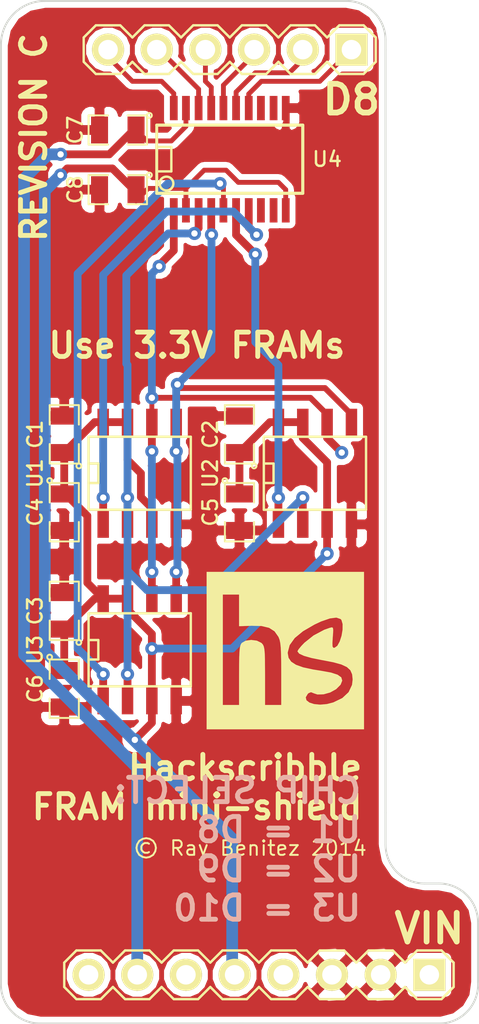
<source format=kicad_pcb>
(kicad_pcb (version 4) (host pcbnew "(2014-11-02 BZR 5250)-product")

  (general
    (links 51)
    (no_connects 0)
    (area 108.661999 124.409999 133.667501 178.55946)
    (thickness 1.6)
    (drawings 25)
    (tracks 209)
    (zones 0)
    (modules 15)
    (nets 24)
  )

  (page A4)
  (layers
    (0 F.Cu signal)
    (31 B.Cu signal)
    (32 B.Adhes user)
    (33 F.Adhes user)
    (34 B.Paste user)
    (35 F.Paste user)
    (36 B.SilkS user)
    (37 F.SilkS user)
    (38 B.Mask user)
    (39 F.Mask user)
    (40 Dwgs.User user)
    (41 Cmts.User user)
    (42 Eco1.User user)
    (43 Eco2.User user)
    (44 Edge.Cuts user)
    (45 Margin user)
    (46 B.CrtYd user)
    (47 F.CrtYd user)
    (48 B.Fab user)
    (49 F.Fab user)
  )

  (setup
    (last_trace_width 0.4064)
    (user_trace_width 0.1524)
    (user_trace_width 0.254)
    (user_trace_width 0.3048)
    (user_trace_width 0.4064)
    (user_trace_width 0.6096)
    (user_trace_width 0.8128)
    (trace_clearance 0.1524)
    (zone_clearance 0.3048)
    (zone_45_only no)
    (trace_min 0.1524)
    (segment_width 0.2)
    (edge_width 0.1)
    (via_size 0.6858)
    (via_drill 0.3302)
    (via_min_size 0.6858)
    (via_min_drill 0.3302)
    (uvia_size 0.6858)
    (uvia_drill 0.3302)
    (uvias_allowed no)
    (uvia_min_size 0.6858)
    (uvia_min_drill 0.3302)
    (pcb_text_width 0.3)
    (pcb_text_size 1.5 1.5)
    (mod_edge_width 0.15)
    (mod_text_size 1 1)
    (mod_text_width 0.15)
    (pad_size 1.5 1.5)
    (pad_drill 0.6)
    (pad_to_mask_clearance 0)
    (aux_axis_origin 0 0)
    (visible_elements 7FFFFF7F)
    (pcbplotparams
      (layerselection 0x010f0_80000001)
      (usegerberextensions true)
      (excludeedgelayer true)
      (linewidth 0.100000)
      (plotframeref false)
      (viasonmask false)
      (mode 1)
      (useauxorigin false)
      (hpglpennumber 1)
      (hpglpenspeed 20)
      (hpglpendiameter 15)
      (hpglpenoverlay 2)
      (psnegative false)
      (psa4output false)
      (plotreference true)
      (plotvalue true)
      (plotinvisibletext false)
      (padsonsilk false)
      (subtractmaskfromsilk false)
      (outputformat 1)
      (mirror false)
      (drillshape 0)
      (scaleselection 1)
      (outputdirectory "C:/Users/Ray/Dropbox/ccc Hackscribble/aaa Development/Hackscribble Ferro Hardware/FRAM mini-shield/gerbers/"))
  )

  (net 0 "")
  (net 1 GND)
  (net 2 +3.3V)
  (net 3 "Net-(HDR2-Pad1)")
  (net 4 "Net-(HDR2-Pad2)")
  (net 5 "Net-(HDR2-Pad3)")
  (net 6 "Net-(HDR2-Pad4)")
  (net 7 "Net-(HDR2-Pad5)")
  (net 8 "Net-(HDR2-Pad6)")
  (net 9 "Net-(U4-Pad8)")
  (net 10 "Net-(U4-Pad9)")
  (net 11 "Net-(U4-Pad12)")
  (net 12 "Net-(U4-Pad13)")
  (net 13 "Net-(HDR1-Pad1)")
  (net 14 "Net-(C7-Pad1)")
  (net 15 "Net-(HDR1-Pad4)")
  (net 16 "Net-(HDR1-Pad6)")
  (net 17 "Net-(HDR1-Pad8)")
  (net 18 "Net-(U1-Pad1)")
  (net 19 "Net-(U1-Pad6)")
  (net 20 "Net-(U1-Pad5)")
  (net 21 "Net-(U1-Pad2)")
  (net 22 "Net-(U2-Pad1)")
  (net 23 "Net-(U3-Pad1)")

  (net_class Default "This is the default net class."
    (clearance 0.1524)
    (trace_width 0.1524)
    (via_dia 0.6858)
    (via_drill 0.3302)
    (uvia_dia 0.6858)
    (uvia_drill 0.3302)
    (add_net +3.3V)
    (add_net GND)
    (add_net "Net-(C7-Pad1)")
    (add_net "Net-(HDR1-Pad1)")
    (add_net "Net-(HDR1-Pad4)")
    (add_net "Net-(HDR1-Pad6)")
    (add_net "Net-(HDR1-Pad8)")
    (add_net "Net-(HDR2-Pad1)")
    (add_net "Net-(HDR2-Pad2)")
    (add_net "Net-(HDR2-Pad3)")
    (add_net "Net-(HDR2-Pad4)")
    (add_net "Net-(HDR2-Pad5)")
    (add_net "Net-(HDR2-Pad6)")
    (add_net "Net-(U1-Pad1)")
    (add_net "Net-(U1-Pad2)")
    (add_net "Net-(U1-Pad5)")
    (add_net "Net-(U1-Pad6)")
    (add_net "Net-(U2-Pad1)")
    (add_net "Net-(U3-Pad1)")
    (add_net "Net-(U4-Pad12)")
    (add_net "Net-(U4-Pad13)")
    (add_net "Net-(U4-Pad8)")
    (add_net "Net-(U4-Pad9)")
  )

  (module SMD_Packages:SMD-0805 (layer F.Cu) (tedit 54340FF0) (tstamp 542BE3A4)
    (at 112.014 147.066 90)
    (path /542B30E8)
    (attr smd)
    (fp_text reference C1 (at 0 -1.524 90) (layer F.SilkS)
      (effects (font (size 0.762 0.762) (thickness 0.127)))
    )
    (fp_text value 100nF (at 0 0.381 90) (layer F.SilkS) hide
      (effects (font (size 0.50038 0.50038) (thickness 0.10922)))
    )
    (fp_circle (center -1.651 0.762) (end -1.651 0.635) (layer F.SilkS) (width 0.09906))
    (fp_line (start -0.508 0.762) (end -1.524 0.762) (layer F.SilkS) (width 0.09906))
    (fp_line (start -1.524 0.762) (end -1.524 -0.762) (layer F.SilkS) (width 0.09906))
    (fp_line (start -1.524 -0.762) (end -0.508 -0.762) (layer F.SilkS) (width 0.09906))
    (fp_line (start 0.508 -0.762) (end 1.524 -0.762) (layer F.SilkS) (width 0.09906))
    (fp_line (start 1.524 -0.762) (end 1.524 0.762) (layer F.SilkS) (width 0.09906))
    (fp_line (start 1.524 0.762) (end 0.508 0.762) (layer F.SilkS) (width 0.09906))
    (pad 1 smd rect (at -0.9525 0 90) (size 0.889 1.397) (layers F.Cu F.Paste F.Mask)
      (net 2 +3.3V))
    (pad 2 smd rect (at 0.9525 0 90) (size 0.889 1.397) (layers F.Cu F.Paste F.Mask)
      (net 1 GND))
    (model smd/chip_cms.wrl
      (at (xyz 0 0 0))
      (scale (xyz 0.1 0.1 0.1))
      (rotate (xyz 0 0 0))
    )
  )

  (module SMD_Packages:SMD-0805 (layer F.Cu) (tedit 54341003) (tstamp 542BE3AA)
    (at 121.158 147.066 90)
    (path /542B33EF)
    (attr smd)
    (fp_text reference C2 (at 0 -1.524 90) (layer F.SilkS)
      (effects (font (size 0.762 0.762) (thickness 0.127)))
    )
    (fp_text value 100nF (at 0 0.381 90) (layer F.SilkS) hide
      (effects (font (size 0.50038 0.50038) (thickness 0.10922)))
    )
    (fp_circle (center -1.651 0.762) (end -1.651 0.635) (layer F.SilkS) (width 0.09906))
    (fp_line (start -0.508 0.762) (end -1.524 0.762) (layer F.SilkS) (width 0.09906))
    (fp_line (start -1.524 0.762) (end -1.524 -0.762) (layer F.SilkS) (width 0.09906))
    (fp_line (start -1.524 -0.762) (end -0.508 -0.762) (layer F.SilkS) (width 0.09906))
    (fp_line (start 0.508 -0.762) (end 1.524 -0.762) (layer F.SilkS) (width 0.09906))
    (fp_line (start 1.524 -0.762) (end 1.524 0.762) (layer F.SilkS) (width 0.09906))
    (fp_line (start 1.524 0.762) (end 0.508 0.762) (layer F.SilkS) (width 0.09906))
    (pad 1 smd rect (at -0.9525 0 90) (size 0.889 1.397) (layers F.Cu F.Paste F.Mask)
      (net 2 +3.3V))
    (pad 2 smd rect (at 0.9525 0 90) (size 0.889 1.397) (layers F.Cu F.Paste F.Mask)
      (net 1 GND))
    (model smd/chip_cms.wrl
      (at (xyz 0 0 0))
      (scale (xyz 0.1 0.1 0.1))
      (rotate (xyz 0 0 0))
    )
  )

  (module SMD_Packages:SMD-0805 (layer F.Cu) (tedit 54341018) (tstamp 542BE3B0)
    (at 112.014 156.2735 90)
    (path /542B3BCE)
    (attr smd)
    (fp_text reference C3 (at 0 -1.524 90) (layer F.SilkS)
      (effects (font (size 0.762 0.762) (thickness 0.127)))
    )
    (fp_text value 100nF (at 0 0.381 90) (layer F.SilkS) hide
      (effects (font (size 0.50038 0.50038) (thickness 0.10922)))
    )
    (fp_circle (center -1.651 0.762) (end -1.651 0.635) (layer F.SilkS) (width 0.09906))
    (fp_line (start -0.508 0.762) (end -1.524 0.762) (layer F.SilkS) (width 0.09906))
    (fp_line (start -1.524 0.762) (end -1.524 -0.762) (layer F.SilkS) (width 0.09906))
    (fp_line (start -1.524 -0.762) (end -0.508 -0.762) (layer F.SilkS) (width 0.09906))
    (fp_line (start 0.508 -0.762) (end 1.524 -0.762) (layer F.SilkS) (width 0.09906))
    (fp_line (start 1.524 -0.762) (end 1.524 0.762) (layer F.SilkS) (width 0.09906))
    (fp_line (start 1.524 0.762) (end 0.508 0.762) (layer F.SilkS) (width 0.09906))
    (pad 1 smd rect (at -0.9525 0 90) (size 0.889 1.397) (layers F.Cu F.Paste F.Mask)
      (net 2 +3.3V))
    (pad 2 smd rect (at 0.9525 0 90) (size 0.889 1.397) (layers F.Cu F.Paste F.Mask)
      (net 1 GND))
    (model smd/chip_cms.wrl
      (at (xyz 0 0 0))
      (scale (xyz 0.1 0.1 0.1))
      (rotate (xyz 0 0 0))
    )
  )

  (module SMD_Packages:SMD-0805 (layer F.Cu) (tedit 54340FFD) (tstamp 542BE3B6)
    (at 112.014 151.13 270)
    (path /542BE343)
    (attr smd)
    (fp_text reference C4 (at 0 1.524 270) (layer F.SilkS)
      (effects (font (size 0.762 0.762) (thickness 0.127)))
    )
    (fp_text value 10uF (at 0 0.381 270) (layer F.SilkS) hide
      (effects (font (size 0.50038 0.50038) (thickness 0.10922)))
    )
    (fp_circle (center -1.651 0.762) (end -1.651 0.635) (layer F.SilkS) (width 0.09906))
    (fp_line (start -0.508 0.762) (end -1.524 0.762) (layer F.SilkS) (width 0.09906))
    (fp_line (start -1.524 0.762) (end -1.524 -0.762) (layer F.SilkS) (width 0.09906))
    (fp_line (start -1.524 -0.762) (end -0.508 -0.762) (layer F.SilkS) (width 0.09906))
    (fp_line (start 0.508 -0.762) (end 1.524 -0.762) (layer F.SilkS) (width 0.09906))
    (fp_line (start 1.524 -0.762) (end 1.524 0.762) (layer F.SilkS) (width 0.09906))
    (fp_line (start 1.524 0.762) (end 0.508 0.762) (layer F.SilkS) (width 0.09906))
    (pad 1 smd rect (at -0.9525 0 270) (size 0.889 1.397) (layers F.Cu F.Paste F.Mask)
      (net 2 +3.3V))
    (pad 2 smd rect (at 0.9525 0 270) (size 0.889 1.397) (layers F.Cu F.Paste F.Mask)
      (net 1 GND))
    (model smd/chip_cms.wrl
      (at (xyz 0 0 0))
      (scale (xyz 0.1 0.1 0.1))
      (rotate (xyz 0 0 0))
    )
  )

  (module SMD_Packages:SMD-0805 (layer F.Cu) (tedit 5434100F) (tstamp 542BE3BC)
    (at 121.158 151.13 270)
    (path /542BE3A7)
    (attr smd)
    (fp_text reference C5 (at 0 1.524 270) (layer F.SilkS)
      (effects (font (size 0.762 0.762) (thickness 0.127)))
    )
    (fp_text value 10uF (at 0 0.381 270) (layer F.SilkS) hide
      (effects (font (size 0.50038 0.50038) (thickness 0.10922)))
    )
    (fp_circle (center -1.651 0.762) (end -1.651 0.635) (layer F.SilkS) (width 0.09906))
    (fp_line (start -0.508 0.762) (end -1.524 0.762) (layer F.SilkS) (width 0.09906))
    (fp_line (start -1.524 0.762) (end -1.524 -0.762) (layer F.SilkS) (width 0.09906))
    (fp_line (start -1.524 -0.762) (end -0.508 -0.762) (layer F.SilkS) (width 0.09906))
    (fp_line (start 0.508 -0.762) (end 1.524 -0.762) (layer F.SilkS) (width 0.09906))
    (fp_line (start 1.524 -0.762) (end 1.524 0.762) (layer F.SilkS) (width 0.09906))
    (fp_line (start 1.524 0.762) (end 0.508 0.762) (layer F.SilkS) (width 0.09906))
    (pad 1 smd rect (at -0.9525 0 270) (size 0.889 1.397) (layers F.Cu F.Paste F.Mask)
      (net 2 +3.3V))
    (pad 2 smd rect (at 0.9525 0 270) (size 0.889 1.397) (layers F.Cu F.Paste F.Mask)
      (net 1 GND))
    (model smd/chip_cms.wrl
      (at (xyz 0 0 0))
      (scale (xyz 0.1 0.1 0.1))
      (rotate (xyz 0 0 0))
    )
  )

  (module SMD_Packages:SMD-0805 (layer F.Cu) (tedit 54341027) (tstamp 542BE3C2)
    (at 112.014 160.3375 270)
    (path /542BE6B9)
    (attr smd)
    (fp_text reference C6 (at 0 1.524 270) (layer F.SilkS)
      (effects (font (size 0.762 0.762) (thickness 0.127)))
    )
    (fp_text value 10uF (at 0 0.381 270) (layer F.SilkS) hide
      (effects (font (size 0.50038 0.50038) (thickness 0.10922)))
    )
    (fp_circle (center -1.651 0.762) (end -1.651 0.635) (layer F.SilkS) (width 0.09906))
    (fp_line (start -0.508 0.762) (end -1.524 0.762) (layer F.SilkS) (width 0.09906))
    (fp_line (start -1.524 0.762) (end -1.524 -0.762) (layer F.SilkS) (width 0.09906))
    (fp_line (start -1.524 -0.762) (end -0.508 -0.762) (layer F.SilkS) (width 0.09906))
    (fp_line (start 0.508 -0.762) (end 1.524 -0.762) (layer F.SilkS) (width 0.09906))
    (fp_line (start 1.524 -0.762) (end 1.524 0.762) (layer F.SilkS) (width 0.09906))
    (fp_line (start 1.524 0.762) (end 0.508 0.762) (layer F.SilkS) (width 0.09906))
    (pad 1 smd rect (at -0.9525 0 270) (size 0.889 1.397) (layers F.Cu F.Paste F.Mask)
      (net 2 +3.3V))
    (pad 2 smd rect (at 0.9525 0 270) (size 0.889 1.397) (layers F.Cu F.Paste F.Mask)
      (net 1 GND))
    (model smd/chip_cms.wrl
      (at (xyz 0 0 0))
      (scale (xyz 0.1 0.1 0.1))
      (rotate (xyz 0 0 0))
    )
  )

  (module SMD_Packages:SMD-0805 (layer F.Cu) (tedit 54340F67) (tstamp 542CA54D)
    (at 114.808 131.191 180)
    (path /542C1F15)
    (attr smd)
    (fp_text reference C7 (at 2.2225 0 270) (layer F.SilkS)
      (effects (font (size 0.762 0.762) (thickness 0.127)))
    )
    (fp_text value 100nF (at 0 0.381 180) (layer F.SilkS) hide
      (effects (font (size 0.50038 0.50038) (thickness 0.10922)))
    )
    (fp_circle (center -1.651 0.762) (end -1.651 0.635) (layer F.SilkS) (width 0.09906))
    (fp_line (start -0.508 0.762) (end -1.524 0.762) (layer F.SilkS) (width 0.09906))
    (fp_line (start -1.524 0.762) (end -1.524 -0.762) (layer F.SilkS) (width 0.09906))
    (fp_line (start -1.524 -0.762) (end -0.508 -0.762) (layer F.SilkS) (width 0.09906))
    (fp_line (start 0.508 -0.762) (end 1.524 -0.762) (layer F.SilkS) (width 0.09906))
    (fp_line (start 1.524 -0.762) (end 1.524 0.762) (layer F.SilkS) (width 0.09906))
    (fp_line (start 1.524 0.762) (end 0.508 0.762) (layer F.SilkS) (width 0.09906))
    (pad 1 smd rect (at -0.9525 0 180) (size 0.889 1.397) (layers F.Cu F.Paste F.Mask)
      (net 14 "Net-(C7-Pad1)"))
    (pad 2 smd rect (at 0.9525 0 180) (size 0.889 1.397) (layers F.Cu F.Paste F.Mask)
      (net 1 GND))
    (model smd/chip_cms.wrl
      (at (xyz 0 0 0))
      (scale (xyz 0.1 0.1 0.1))
      (rotate (xyz 0 0 0))
    )
  )

  (module SMD_Packages:SMD-0805 (layer F.Cu) (tedit 54340F6D) (tstamp 542BE3CE)
    (at 114.808 134.3025 180)
    (path /542C1D32)
    (attr smd)
    (fp_text reference C8 (at 2.2225 0 270) (layer F.SilkS)
      (effects (font (size 0.762 0.762) (thickness 0.127)))
    )
    (fp_text value 100nF (at 0 0.381 180) (layer F.SilkS) hide
      (effects (font (size 0.50038 0.50038) (thickness 0.10922)))
    )
    (fp_circle (center -1.651 0.762) (end -1.651 0.635) (layer F.SilkS) (width 0.09906))
    (fp_line (start -0.508 0.762) (end -1.524 0.762) (layer F.SilkS) (width 0.09906))
    (fp_line (start -1.524 0.762) (end -1.524 -0.762) (layer F.SilkS) (width 0.09906))
    (fp_line (start -1.524 -0.762) (end -0.508 -0.762) (layer F.SilkS) (width 0.09906))
    (fp_line (start 0.508 -0.762) (end 1.524 -0.762) (layer F.SilkS) (width 0.09906))
    (fp_line (start 1.524 -0.762) (end 1.524 0.762) (layer F.SilkS) (width 0.09906))
    (fp_line (start 1.524 0.762) (end 0.508 0.762) (layer F.SilkS) (width 0.09906))
    (pad 1 smd rect (at -0.9525 0 180) (size 0.889 1.397) (layers F.Cu F.Paste F.Mask)
      (net 2 +3.3V))
    (pad 2 smd rect (at 0.9525 0 180) (size 0.889 1.397) (layers F.Cu F.Paste F.Mask)
      (net 1 GND))
    (model smd/chip_cms.wrl
      (at (xyz 0 0 0))
      (scale (xyz 0.1 0.1 0.1))
      (rotate (xyz 0 0 0))
    )
  )

  (module ab2_header:AB2_HDR_M06-1V locked (layer F.Cu) (tedit 542C8189) (tstamp 542BEAAF)
    (at 120.65 127 180)
    (path /542C11AE)
    (fp_text reference HDR2 (at -6.985 -2.159 180) (layer F.SilkS) hide
      (effects (font (size 0.8128 0.8128) (thickness 0.0762)))
    )
    (fp_text value AB2_HDR06-1 (at 0 -2.54 180) (layer F.SilkS) hide
      (effects (font (size 0.8128 0.8128) (thickness 0.0762)))
    )
    (fp_line (start 5.08 -0.635) (end 5.715 -1.27) (layer F.SilkS) (width 0.127))
    (fp_line (start 5.715 -1.27) (end 6.985 -1.27) (layer F.SilkS) (width 0.127))
    (fp_line (start 6.985 -1.27) (end 7.62 -0.635) (layer F.SilkS) (width 0.127))
    (fp_line (start 7.62 -0.635) (end 7.62 0.635) (layer F.SilkS) (width 0.127))
    (fp_line (start 7.62 0.635) (end 6.985 1.27) (layer F.SilkS) (width 0.127))
    (fp_line (start 6.985 1.27) (end 5.715 1.27) (layer F.SilkS) (width 0.127))
    (fp_line (start 5.715 1.27) (end 5.08 0.635) (layer F.SilkS) (width 0.127))
    (fp_line (start 2.54 -0.635) (end 3.175 -1.27) (layer F.SilkS) (width 0.127))
    (fp_line (start 3.175 -1.27) (end 4.445 -1.27) (layer F.SilkS) (width 0.127))
    (fp_line (start 4.445 -1.27) (end 5.08 -0.635) (layer F.SilkS) (width 0.127))
    (fp_line (start 5.08 0.635) (end 4.445 1.27) (layer F.SilkS) (width 0.127))
    (fp_line (start 4.445 1.27) (end 3.175 1.27) (layer F.SilkS) (width 0.127))
    (fp_line (start 3.175 1.27) (end 2.54 0.635) (layer F.SilkS) (width 0.127))
    (fp_line (start 0 -0.635) (end 0.635 -1.27) (layer F.SilkS) (width 0.127))
    (fp_line (start 0.635 -1.27) (end 1.905 -1.27) (layer F.SilkS) (width 0.127))
    (fp_line (start 1.905 -1.27) (end 2.54 -0.635) (layer F.SilkS) (width 0.127))
    (fp_line (start 2.54 0.635) (end 1.905 1.27) (layer F.SilkS) (width 0.127))
    (fp_line (start 1.905 1.27) (end 0.635 1.27) (layer F.SilkS) (width 0.127))
    (fp_line (start 0.635 1.27) (end 0 0.635) (layer F.SilkS) (width 0.127))
    (fp_line (start -5.08 -0.635) (end -4.445 -1.27) (layer F.SilkS) (width 0.127))
    (fp_line (start -4.445 -1.27) (end -3.175 -1.27) (layer F.SilkS) (width 0.127))
    (fp_line (start -3.175 -1.27) (end -2.54 -0.635) (layer F.SilkS) (width 0.127))
    (fp_line (start -2.54 -0.635) (end -1.905 -1.27) (layer F.SilkS) (width 0.127))
    (fp_line (start -1.905 -1.27) (end -0.635 -1.27) (layer F.SilkS) (width 0.127))
    (fp_line (start -0.635 -1.27) (end 0 -0.635) (layer F.SilkS) (width 0.127))
    (fp_line (start 0 0.635) (end -0.635 1.27) (layer F.SilkS) (width 0.127))
    (fp_line (start -0.635 1.27) (end -1.905 1.27) (layer F.SilkS) (width 0.127))
    (fp_line (start -1.905 1.27) (end -2.54 0.635) (layer F.SilkS) (width 0.127))
    (fp_line (start -2.54 0.635) (end -3.175 1.27) (layer F.SilkS) (width 0.127))
    (fp_line (start -3.175 1.27) (end -4.445 1.27) (layer F.SilkS) (width 0.127))
    (fp_line (start -4.445 1.27) (end -5.08 0.635) (layer F.SilkS) (width 0.127))
    (fp_line (start -7.62 -0.635) (end -6.985 -1.27) (layer F.SilkS) (width 0.127))
    (fp_line (start -6.985 -1.27) (end -5.715 -1.27) (layer F.SilkS) (width 0.127))
    (fp_line (start -5.715 -1.27) (end -5.08 -0.635) (layer F.SilkS) (width 0.127))
    (fp_line (start -5.08 0.635) (end -5.715 1.27) (layer F.SilkS) (width 0.127))
    (fp_line (start -5.715 1.27) (end -6.985 1.27) (layer F.SilkS) (width 0.127))
    (fp_line (start -6.985 1.27) (end -7.62 0.635) (layer F.SilkS) (width 0.127))
    (fp_line (start -7.62 0.635) (end -7.62 -0.635) (layer F.SilkS) (width 0.127))
    (pad 1 thru_hole rect (at -6.35 0 180) (size 1.6764 1.6764) (drill 1.016) (layers *.Cu *.Mask F.SilkS)
      (net 3 "Net-(HDR2-Pad1)"))
    (pad 2 thru_hole circle (at -3.81 0 180) (size 1.6764 1.6764) (drill 1.016) (layers *.Cu *.Mask F.SilkS)
      (net 4 "Net-(HDR2-Pad2)"))
    (pad 3 thru_hole circle (at -1.27 0 180) (size 1.6764 1.6764) (drill 1.016) (layers *.Cu *.Mask F.SilkS)
      (net 5 "Net-(HDR2-Pad3)"))
    (pad 4 thru_hole circle (at 1.27 0 180) (size 1.6764 1.6764) (drill 1.016) (layers *.Cu *.Mask F.SilkS)
      (net 6 "Net-(HDR2-Pad4)"))
    (pad 5 thru_hole circle (at 3.81 0 180) (size 1.6764 1.6764) (drill 1.016) (layers *.Cu *.Mask F.SilkS)
      (net 7 "Net-(HDR2-Pad5)"))
    (pad 6 thru_hole circle (at 6.35 0 180) (size 1.6764 1.6764) (drill 1.016) (layers *.Cu *.Mask F.SilkS)
      (net 8 "Net-(HDR2-Pad6)"))
    (model ab2_header/AB2_HDR_M01-1V.wrl
      (at (xyz -0.25 0 0))
      (scale (xyz 0.3937 0.3937 0.3937))
      (rotate (xyz 0 0 0))
    )
    (model ab2_header/AB2_HDR_M01-1V.wrl
      (at (xyz -0.15 0 0))
      (scale (xyz 0.3937 0.3937 0.3937))
      (rotate (xyz 0 0 0))
    )
    (model ab2_header/AB2_HDR_M01-1V.wrl
      (at (xyz -0.05 0 0))
      (scale (xyz 0.3937 0.3937 0.3937))
      (rotate (xyz 0 0 0))
    )
    (model ab2_header/AB2_HDR_M01-1V.wrl
      (at (xyz 0.05 0 0))
      (scale (xyz 0.3937 0.3937 0.3937))
      (rotate (xyz 0 0 0))
    )
    (model ab2_header/AB2_HDR_M01-1V.wrl
      (at (xyz 0.15 0 0))
      (scale (xyz 0.3937 0.3937 0.3937))
      (rotate (xyz 0 0 0))
    )
    (model ab2_header/AB2_HDR_M01-1V.wrl
      (at (xyz 0.25 0 0))
      (scale (xyz 0.3937 0.3937 0.3937))
      (rotate (xyz 0 0 0))
    )
  )

  (module SMD_Packages:SSOP-20 (layer F.Cu) (tedit 542C842B) (tstamp 542BE46F)
    (at 120.65 132.715)
    (descr "SSOP 20 pins")
    (tags "CMS SSOP SMD")
    (path /542C00D4)
    (attr smd)
    (fp_text reference U4 (at 5.08 0) (layer F.SilkS)
      (effects (font (size 0.762 0.762) (thickness 0.127)))
    )
    (fp_text value TXB0108 (at 0 0.635) (layer F.SilkS) hide
      (effects (font (size 0.762 0.762) (thickness 0.127)))
    )
    (fp_line (start 3.81 -1.778) (end -3.81 -1.778) (layer F.SilkS) (width 0.1651))
    (fp_line (start -3.81 1.778) (end 3.81 1.778) (layer F.SilkS) (width 0.1651))
    (fp_line (start 3.81 -1.778) (end 3.81 1.778) (layer F.SilkS) (width 0.1651))
    (fp_line (start -3.81 1.778) (end -3.81 -1.778) (layer F.SilkS) (width 0.1524))
    (fp_circle (center -3.302 1.27) (end -3.556 1.016) (layer F.SilkS) (width 0.127))
    (fp_line (start -3.81 -0.635) (end -3.048 -0.635) (layer F.SilkS) (width 0.127))
    (fp_line (start -3.048 -0.635) (end -3.048 0.635) (layer F.SilkS) (width 0.127))
    (fp_line (start -3.048 0.635) (end -3.81 0.635) (layer F.SilkS) (width 0.127))
    (pad 1 smd rect (at -2.921 2.667) (size 0.4064 1.27) (layers F.Cu F.Paste F.Mask)
      (net 19 "Net-(U1-Pad6)"))
    (pad 2 smd rect (at -2.286 2.667) (size 0.4064 1.27) (layers F.Cu F.Paste F.Mask)
      (net 2 +3.3V))
    (pad 3 smd rect (at -1.6256 2.667) (size 0.4064 1.27) (layers F.Cu F.Paste F.Mask)
      (net 21 "Net-(U1-Pad2)"))
    (pad 4 smd rect (at -0.9652 2.667) (size 0.4064 1.27) (layers F.Cu F.Paste F.Mask)
      (net 20 "Net-(U1-Pad5)"))
    (pad 5 smd rect (at -0.3302 2.667) (size 0.4064 1.27) (layers F.Cu F.Paste F.Mask)
      (net 23 "Net-(U3-Pad1)"))
    (pad 6 smd rect (at 0.3302 2.667) (size 0.4064 1.27) (layers F.Cu F.Paste F.Mask)
      (net 22 "Net-(U2-Pad1)"))
    (pad 7 smd rect (at 0.9906 2.667) (size 0.4064 1.27) (layers F.Cu F.Paste F.Mask)
      (net 18 "Net-(U1-Pad1)"))
    (pad 8 smd rect (at 1.6256 2.667) (size 0.4064 1.27) (layers F.Cu F.Paste F.Mask)
      (net 9 "Net-(U4-Pad8)"))
    (pad 9 smd rect (at 2.286 2.667) (size 0.4064 1.27) (layers F.Cu F.Paste F.Mask)
      (net 10 "Net-(U4-Pad9)"))
    (pad 10 smd rect (at 2.921 2.667) (size 0.4064 1.27) (layers F.Cu F.Paste F.Mask)
      (net 2 +3.3V))
    (pad 11 smd rect (at 2.921 -2.667) (size 0.4064 1.27) (layers F.Cu F.Paste F.Mask)
      (net 1 GND))
    (pad 12 smd rect (at 2.286 -2.667) (size 0.4064 1.27) (layers F.Cu F.Paste F.Mask)
      (net 11 "Net-(U4-Pad12)"))
    (pad 13 smd rect (at 1.6256 -2.667) (size 0.4064 1.27) (layers F.Cu F.Paste F.Mask)
      (net 12 "Net-(U4-Pad13)"))
    (pad 14 smd rect (at 0.9906 -2.667) (size 0.4064 1.27) (layers F.Cu F.Paste F.Mask)
      (net 3 "Net-(HDR2-Pad1)"))
    (pad 15 smd rect (at 0.3302 -2.667) (size 0.4064 1.27) (layers F.Cu F.Paste F.Mask)
      (net 4 "Net-(HDR2-Pad2)"))
    (pad 16 smd rect (at -0.3302 -2.667) (size 0.4064 1.27) (layers F.Cu F.Paste F.Mask)
      (net 5 "Net-(HDR2-Pad3)"))
    (pad 17 smd rect (at -0.9652 -2.667) (size 0.4064 1.27) (layers F.Cu F.Paste F.Mask)
      (net 6 "Net-(HDR2-Pad4)"))
    (pad 18 smd rect (at -1.6256 -2.667) (size 0.4064 1.27) (layers F.Cu F.Paste F.Mask)
      (net 7 "Net-(HDR2-Pad5)"))
    (pad 19 smd rect (at -2.286 -2.667) (size 0.4064 1.27) (layers F.Cu F.Paste F.Mask)
      (net 14 "Net-(C7-Pad1)"))
    (pad 20 smd rect (at -2.921 -2.667) (size 0.4064 1.27) (layers F.Cu F.Paste F.Mask)
      (net 8 "Net-(HDR2-Pad6)"))
    (model smd/cms_so20.wrl
      (at (xyz 0 0 0))
      (scale (xyz 0.255 0.33 0.3))
      (rotate (xyz 0 0 0))
    )
  )

  (module SMD_Packages:SOIC-8-W (layer F.Cu) (tedit 5434101F) (tstamp 542BEE1A)
    (at 115.951 158.3055)
    (descr "module SMD SOIC SOJ 8 pins etroit")
    (tags "CMS SOJ")
    (path /542B680A)
    (attr smd)
    (fp_text reference U3 (at -5.461 0 90) (layer F.SilkS)
      (effects (font (size 0.762 0.762) (thickness 0.127)))
    )
    (fp_text value MB85RS1MT (at 0 1.016) (layer F.SilkS) hide
      (effects (font (size 0.889 0.889) (thickness 0.1524)))
    )
    (fp_line (start -2.667 1.778) (end -2.667 1.905) (layer F.SilkS) (width 0.127))
    (fp_line (start -2.667 1.905) (end 2.667 1.905) (layer F.SilkS) (width 0.127))
    (fp_line (start 2.667 -1.905) (end -2.667 -1.905) (layer F.SilkS) (width 0.127))
    (fp_line (start -2.667 -1.905) (end -2.667 1.778) (layer F.SilkS) (width 0.127))
    (fp_line (start -2.667 -0.508) (end -2.159 -0.508) (layer F.SilkS) (width 0.127))
    (fp_line (start -2.159 -0.508) (end -2.159 0.508) (layer F.SilkS) (width 0.127))
    (fp_line (start -2.159 0.508) (end -2.667 0.508) (layer F.SilkS) (width 0.127))
    (fp_line (start 2.667 -1.905) (end 2.667 1.905) (layer F.SilkS) (width 0.127))
    (pad 8 smd rect (at -1.905 -2.667) (size 0.59944 1.39954) (layers F.Cu F.Paste F.Mask)
      (net 2 +3.3V))
    (pad 1 smd rect (at -1.905 2.667) (size 0.59944 1.39954) (layers F.Cu F.Paste F.Mask)
      (net 23 "Net-(U3-Pad1)"))
    (pad 7 smd rect (at -0.635 -2.667) (size 0.59944 1.39954) (layers F.Cu F.Paste F.Mask)
      (net 2 +3.3V))
    (pad 6 smd rect (at 0.635 -2.667) (size 0.59944 1.39954) (layers F.Cu F.Paste F.Mask)
      (net 19 "Net-(U1-Pad6)"))
    (pad 5 smd rect (at 1.905 -2.667) (size 0.59944 1.39954) (layers F.Cu F.Paste F.Mask)
      (net 20 "Net-(U1-Pad5)"))
    (pad 2 smd rect (at -0.635 2.667) (size 0.59944 1.39954) (layers F.Cu F.Paste F.Mask)
      (net 21 "Net-(U1-Pad2)"))
    (pad 3 smd rect (at 0.635 2.667) (size 0.59944 1.39954) (layers F.Cu F.Paste F.Mask)
      (net 2 +3.3V))
    (pad 4 smd rect (at 1.905 2.667) (size 0.59944 1.39954) (layers F.Cu F.Paste F.Mask)
      (net 1 GND))
    (model smd/cms_so8.wrl
      (at (xyz 0 0 0))
      (scale (xyz 0.5 0.32 0.5))
      (rotate (xyz 0 0 0))
    )
  )

  (module SMD_Packages:SOIC-8-W (layer F.Cu) (tedit 54340FF6) (tstamp 542BEE8B)
    (at 115.951 149.098)
    (descr "module SMD SOIC SOJ 8 pins etroit")
    (tags "CMS SOJ")
    (path /542B6528)
    (attr smd)
    (fp_text reference U1 (at -5.461 0 90) (layer F.SilkS)
      (effects (font (size 0.762 0.762) (thickness 0.127)))
    )
    (fp_text value MB85RS1MT (at 0 1.016) (layer F.SilkS) hide
      (effects (font (size 0.889 0.889) (thickness 0.1524)))
    )
    (fp_line (start -2.667 1.778) (end -2.667 1.905) (layer F.SilkS) (width 0.127))
    (fp_line (start -2.667 1.905) (end 2.667 1.905) (layer F.SilkS) (width 0.127))
    (fp_line (start 2.667 -1.905) (end -2.667 -1.905) (layer F.SilkS) (width 0.127))
    (fp_line (start -2.667 -1.905) (end -2.667 1.778) (layer F.SilkS) (width 0.127))
    (fp_line (start -2.667 -0.508) (end -2.159 -0.508) (layer F.SilkS) (width 0.127))
    (fp_line (start -2.159 -0.508) (end -2.159 0.508) (layer F.SilkS) (width 0.127))
    (fp_line (start -2.159 0.508) (end -2.667 0.508) (layer F.SilkS) (width 0.127))
    (fp_line (start 2.667 -1.905) (end 2.667 1.905) (layer F.SilkS) (width 0.127))
    (pad 8 smd rect (at -1.905 -2.667) (size 0.59944 1.39954) (layers F.Cu F.Paste F.Mask)
      (net 2 +3.3V))
    (pad 1 smd rect (at -1.905 2.667) (size 0.59944 1.39954) (layers F.Cu F.Paste F.Mask)
      (net 18 "Net-(U1-Pad1)"))
    (pad 7 smd rect (at -0.635 -2.667) (size 0.59944 1.39954) (layers F.Cu F.Paste F.Mask)
      (net 2 +3.3V))
    (pad 6 smd rect (at 0.635 -2.667) (size 0.59944 1.39954) (layers F.Cu F.Paste F.Mask)
      (net 19 "Net-(U1-Pad6)"))
    (pad 5 smd rect (at 1.905 -2.667) (size 0.59944 1.39954) (layers F.Cu F.Paste F.Mask)
      (net 20 "Net-(U1-Pad5)"))
    (pad 2 smd rect (at -0.635 2.667) (size 0.59944 1.39954) (layers F.Cu F.Paste F.Mask)
      (net 21 "Net-(U1-Pad2)"))
    (pad 3 smd rect (at 0.635 2.667) (size 0.59944 1.39954) (layers F.Cu F.Paste F.Mask)
      (net 2 +3.3V))
    (pad 4 smd rect (at 1.905 2.667) (size 0.59944 1.39954) (layers F.Cu F.Paste F.Mask)
      (net 1 GND))
    (model smd/cms_so8.wrl
      (at (xyz 0 0 0))
      (scale (xyz 0.5 0.32 0.5))
      (rotate (xyz 0 0 0))
    )
  )

  (module SMD_Packages:SOIC-8-W (layer F.Cu) (tedit 54341009) (tstamp 542BEE96)
    (at 125.095 149.098)
    (descr "module SMD SOIC SOJ 8 pins etroit")
    (tags "CMS SOJ")
    (path /542B66ED)
    (attr smd)
    (fp_text reference U2 (at -5.461 0 90) (layer F.SilkS)
      (effects (font (size 0.762 0.762) (thickness 0.127)))
    )
    (fp_text value MB85RS1MT (at 0 1.016) (layer F.SilkS) hide
      (effects (font (size 0.889 0.889) (thickness 0.1524)))
    )
    (fp_line (start -2.667 1.778) (end -2.667 1.905) (layer F.SilkS) (width 0.127))
    (fp_line (start -2.667 1.905) (end 2.667 1.905) (layer F.SilkS) (width 0.127))
    (fp_line (start 2.667 -1.905) (end -2.667 -1.905) (layer F.SilkS) (width 0.127))
    (fp_line (start -2.667 -1.905) (end -2.667 1.778) (layer F.SilkS) (width 0.127))
    (fp_line (start -2.667 -0.508) (end -2.159 -0.508) (layer F.SilkS) (width 0.127))
    (fp_line (start -2.159 -0.508) (end -2.159 0.508) (layer F.SilkS) (width 0.127))
    (fp_line (start -2.159 0.508) (end -2.667 0.508) (layer F.SilkS) (width 0.127))
    (fp_line (start 2.667 -1.905) (end 2.667 1.905) (layer F.SilkS) (width 0.127))
    (pad 8 smd rect (at -1.905 -2.667) (size 0.59944 1.39954) (layers F.Cu F.Paste F.Mask)
      (net 2 +3.3V))
    (pad 1 smd rect (at -1.905 2.667) (size 0.59944 1.39954) (layers F.Cu F.Paste F.Mask)
      (net 22 "Net-(U2-Pad1)"))
    (pad 7 smd rect (at -0.635 -2.667) (size 0.59944 1.39954) (layers F.Cu F.Paste F.Mask)
      (net 2 +3.3V))
    (pad 6 smd rect (at 0.635 -2.667) (size 0.59944 1.39954) (layers F.Cu F.Paste F.Mask)
      (net 19 "Net-(U1-Pad6)"))
    (pad 5 smd rect (at 1.905 -2.667) (size 0.59944 1.39954) (layers F.Cu F.Paste F.Mask)
      (net 20 "Net-(U1-Pad5)"))
    (pad 2 smd rect (at -0.635 2.667) (size 0.59944 1.39954) (layers F.Cu F.Paste F.Mask)
      (net 21 "Net-(U1-Pad2)"))
    (pad 3 smd rect (at 0.635 2.667) (size 0.59944 1.39954) (layers F.Cu F.Paste F.Mask)
      (net 2 +3.3V))
    (pad 4 smd rect (at 1.905 2.667) (size 0.59944 1.39954) (layers F.Cu F.Paste F.Mask)
      (net 1 GND))
    (model smd/cms_so8.wrl
      (at (xyz 0 0 0))
      (scale (xyz 0.5 0.32 0.5))
      (rotate (xyz 0 0 0))
    )
  )

  (module ab2_header:AB2_HDR_M08-1V (layer F.Cu) (tedit 5459EFDA) (tstamp 5459EDCA)
    (at 122.174 175.26 180)
    (path /5459EC53)
    (fp_text reference HDR1 (at 0 2.54 180) (layer F.SilkS) hide
      (effects (font (size 0.8128 0.8128) (thickness 0.0762)))
    )
    (fp_text value AB2_HDR08-1 (at 0 -2.54 180) (layer F.SilkS) hide
      (effects (font (size 0.8128 0.8128) (thickness 0.0762)))
    )
    (fp_line (start 7.62 -0.635) (end 8.255 -1.27) (layer F.SilkS) (width 0.127))
    (fp_line (start 8.255 -1.27) (end 9.525 -1.27) (layer F.SilkS) (width 0.127))
    (fp_line (start 9.525 -1.27) (end 10.16 -0.635) (layer F.SilkS) (width 0.127))
    (fp_line (start 10.16 -0.635) (end 10.16 0.635) (layer F.SilkS) (width 0.127))
    (fp_line (start 10.16 0.635) (end 9.525 1.27) (layer F.SilkS) (width 0.127))
    (fp_line (start 9.525 1.27) (end 8.255 1.27) (layer F.SilkS) (width 0.127))
    (fp_line (start 8.255 1.27) (end 7.62 0.635) (layer F.SilkS) (width 0.127))
    (fp_line (start 5.08 -0.635) (end 5.715 -1.27) (layer F.SilkS) (width 0.127))
    (fp_line (start 5.715 -1.27) (end 6.985 -1.27) (layer F.SilkS) (width 0.127))
    (fp_line (start 6.985 -1.27) (end 7.62 -0.635) (layer F.SilkS) (width 0.127))
    (fp_line (start 7.62 0.635) (end 6.985 1.27) (layer F.SilkS) (width 0.127))
    (fp_line (start 6.985 1.27) (end 5.715 1.27) (layer F.SilkS) (width 0.127))
    (fp_line (start 5.715 1.27) (end 5.08 0.635) (layer F.SilkS) (width 0.127))
    (fp_line (start 2.54 -0.635) (end 3.175 -1.27) (layer F.SilkS) (width 0.127))
    (fp_line (start 3.175 -1.27) (end 4.445 -1.27) (layer F.SilkS) (width 0.127))
    (fp_line (start 4.445 -1.27) (end 5.08 -0.635) (layer F.SilkS) (width 0.127))
    (fp_line (start 5.08 0.635) (end 4.445 1.27) (layer F.SilkS) (width 0.127))
    (fp_line (start 4.445 1.27) (end 3.175 1.27) (layer F.SilkS) (width 0.127))
    (fp_line (start 3.175 1.27) (end 2.54 0.635) (layer F.SilkS) (width 0.127))
    (fp_line (start 0 -0.635) (end 0.635 -1.27) (layer F.SilkS) (width 0.127))
    (fp_line (start 0.635 -1.27) (end 1.905 -1.27) (layer F.SilkS) (width 0.127))
    (fp_line (start 1.905 -1.27) (end 2.54 -0.635) (layer F.SilkS) (width 0.127))
    (fp_line (start 2.54 0.635) (end 1.905 1.27) (layer F.SilkS) (width 0.127))
    (fp_line (start 1.905 1.27) (end 0.635 1.27) (layer F.SilkS) (width 0.127))
    (fp_line (start 0.635 1.27) (end 0 0.635) (layer F.SilkS) (width 0.127))
    (fp_line (start -2.54 -0.635) (end -1.905 -1.27) (layer F.SilkS) (width 0.127))
    (fp_line (start -1.905 -1.27) (end -0.635 -1.27) (layer F.SilkS) (width 0.127))
    (fp_line (start -0.635 -1.27) (end 0 -0.635) (layer F.SilkS) (width 0.127))
    (fp_line (start 0 0.635) (end -0.635 1.27) (layer F.SilkS) (width 0.127))
    (fp_line (start -0.635 1.27) (end -1.905 1.27) (layer F.SilkS) (width 0.127))
    (fp_line (start -1.905 1.27) (end -2.54 0.635) (layer F.SilkS) (width 0.127))
    (fp_line (start -7.62 -0.635) (end -6.985 -1.27) (layer F.SilkS) (width 0.127))
    (fp_line (start -6.985 -1.27) (end -5.715 -1.27) (layer F.SilkS) (width 0.127))
    (fp_line (start -5.715 -1.27) (end -5.08 -0.635) (layer F.SilkS) (width 0.127))
    (fp_line (start -5.08 -0.635) (end -4.445 -1.27) (layer F.SilkS) (width 0.127))
    (fp_line (start -4.445 -1.27) (end -3.175 -1.27) (layer F.SilkS) (width 0.127))
    (fp_line (start -3.175 -1.27) (end -2.54 -0.635) (layer F.SilkS) (width 0.127))
    (fp_line (start -2.54 0.635) (end -3.175 1.27) (layer F.SilkS) (width 0.127))
    (fp_line (start -3.175 1.27) (end -4.445 1.27) (layer F.SilkS) (width 0.127))
    (fp_line (start -4.445 1.27) (end -5.08 0.635) (layer F.SilkS) (width 0.127))
    (fp_line (start -5.08 0.635) (end -5.715 1.27) (layer F.SilkS) (width 0.127))
    (fp_line (start -5.715 1.27) (end -6.985 1.27) (layer F.SilkS) (width 0.127))
    (fp_line (start -6.985 1.27) (end -7.62 0.635) (layer F.SilkS) (width 0.127))
    (fp_line (start -10.16 -0.635) (end -9.525 -1.27) (layer F.SilkS) (width 0.127))
    (fp_line (start -9.525 -1.27) (end -8.255 -1.27) (layer F.SilkS) (width 0.127))
    (fp_line (start -8.255 -1.27) (end -7.62 -0.635) (layer F.SilkS) (width 0.127))
    (fp_line (start -7.62 0.635) (end -8.255 1.27) (layer F.SilkS) (width 0.127))
    (fp_line (start -8.255 1.27) (end -9.525 1.27) (layer F.SilkS) (width 0.127))
    (fp_line (start -9.525 1.27) (end -10.16 0.635) (layer F.SilkS) (width 0.127))
    (fp_line (start -10.16 0.635) (end -10.16 -0.635) (layer F.SilkS) (width 0.127))
    (pad 1 thru_hole rect (at -8.89 0 180) (size 1.6764 1.6764) (drill 1.016) (layers *.Cu *.Mask F.SilkS)
      (net 13 "Net-(HDR1-Pad1)"))
    (pad 2 thru_hole circle (at -6.35 0 180) (size 1.6764 1.6764) (drill 1.016) (layers *.Cu *.Mask F.SilkS)
      (net 1 GND))
    (pad 3 thru_hole circle (at -3.81 0 180) (size 1.6764 1.6764) (drill 1.016) (layers *.Cu *.Mask F.SilkS)
      (net 1 GND))
    (pad 4 thru_hole circle (at -1.27 0 180) (size 1.6764 1.6764) (drill 1.016) (layers *.Cu *.Mask F.SilkS)
      (net 15 "Net-(HDR1-Pad4)"))
    (pad 5 thru_hole circle (at 1.27 0 180) (size 1.6764 1.6764) (drill 1.016) (layers *.Cu *.Mask F.SilkS)
      (net 2 +3.3V))
    (pad 6 thru_hole circle (at 3.81 0 180) (size 1.6764 1.6764) (drill 1.016) (layers *.Cu *.Mask F.SilkS)
      (net 16 "Net-(HDR1-Pad6)"))
    (pad 7 thru_hole circle (at 6.35 0 180) (size 1.6764 1.6764) (drill 1.016) (layers *.Cu *.Mask F.SilkS)
      (net 14 "Net-(C7-Pad1)"))
    (pad 8 thru_hole circle (at 8.89 0 180) (size 1.6764 1.6764) (drill 1.016) (layers *.Cu *.Mask F.SilkS)
      (net 17 "Net-(HDR1-Pad8)"))
    (model ab2_header/AB2_HDR_M01-1V.wrl
      (at (xyz -0.35 0 0))
      (scale (xyz 0.3937 0.3937 0.3937))
      (rotate (xyz 0 0 0))
    )
    (model ab2_header/AB2_HDR_M01-1V.wrl
      (at (xyz -0.25 0 0))
      (scale (xyz 0.3937 0.3937 0.3937))
      (rotate (xyz 0 0 0))
    )
    (model ab2_header/AB2_HDR_M01-1V.wrl
      (at (xyz -0.15 0 0))
      (scale (xyz 0.3937 0.3937 0.3937))
      (rotate (xyz 0 0 0))
    )
    (model ab2_header/AB2_HDR_M01-1V.wrl
      (at (xyz -0.05 0 0))
      (scale (xyz 0.3937 0.3937 0.3937))
      (rotate (xyz 0 0 0))
    )
    (model ab2_header/AB2_HDR_M01-1V.wrl
      (at (xyz 0.05 0 0))
      (scale (xyz 0.3937 0.3937 0.3937))
      (rotate (xyz 0 0 0))
    )
    (model ab2_header/AB2_HDR_M01-1V.wrl
      (at (xyz 0.15 0 0))
      (scale (xyz 0.3937 0.3937 0.3937))
      (rotate (xyz 0 0 0))
    )
    (model ab2_header/AB2_HDR_M01-1V.wrl
      (at (xyz 0.25 0 0))
      (scale (xyz 0.3937 0.3937 0.3937))
      (rotate (xyz 0 0 0))
    )
    (model ab2_header/AB2_HDR_M01-1V.wrl
      (at (xyz 0.35 0 0))
      (scale (xyz 0.3937 0.3937 0.3937))
      (rotate (xyz 0 0 0))
    )
  )

  (module Hackscribble_Logo:logo-small (layer F.Cu) (tedit 53FFA92D) (tstamp 545A1EBD)
    (at 123.5075 158.3055)
    (fp_text reference G*** (at 0 4.826) (layer F.SilkS) hide
      (effects (font (thickness 0.3048)))
    )
    (fp_text value LOGO (at 0 -4.826) (layer F.SilkS) hide
      (effects (font (thickness 0.3048)))
    )
    (fp_poly (pts (xy 4.14782 4.14782) (xy 3.556 4.14782) (xy 3.556 1.5494) (xy 3.52806 1.28016)
      (xy 3.43408 1.0668) (xy 3.25374 0.9017) (xy 2.96672 0.76708) (xy 2.55016 0.65278)
      (xy 1.98628 0.54356) (xy 1.96596 0.54102) (xy 1.41986 0.4318) (xy 1.016 0.3175)
      (xy 0.76454 0.20066) (xy 0.67564 0.08382) (xy 0.67564 0.07874) (xy 0.73152 -0.02286)
      (xy 0.8763 -0.19812) (xy 1.03886 -0.3683) (xy 1.51384 -0.74676) (xy 2.07264 -1.04394)
      (xy 2.35966 -1.14554) (xy 2.46888 -1.17094) (xy 2.52476 -1.14554) (xy 2.54254 -1.03378)
      (xy 2.52984 -0.80264) (xy 2.51714 -0.64262) (xy 2.49936 -0.34036) (xy 2.50698 -0.17272)
      (xy 2.54508 -0.10668) (xy 2.61112 -0.10414) (xy 2.7559 -0.20828) (xy 2.88036 -0.43434)
      (xy 2.97688 -0.73152) (xy 3.03022 -1.04902) (xy 3.03276 -1.33858) (xy 2.9718 -1.5494)
      (xy 2.92862 -1.60274) (xy 2.7051 -1.67894) (xy 2.36728 -1.63576) (xy 1.91262 -1.47828)
      (xy 1.56464 -1.31572) (xy 0.9652 -0.96774) (xy 0.5334 -0.61214) (xy 0.26924 -0.24384)
      (xy 0.17018 0.13208) (xy 0.16764 0.17272) (xy 0.21082 0.4191) (xy 0.34798 0.61976)
      (xy 0.5969 0.78232) (xy 0.97282 0.91694) (xy 1.49098 1.0287) (xy 1.92024 1.09728)
      (xy 2.4257 1.18872) (xy 2.7686 1.30048) (xy 2.96164 1.43764) (xy 3.01244 1.60782)
      (xy 2.92862 1.81864) (xy 2.921 1.8288) (xy 2.69494 2.05486) (xy 2.38252 2.22758)
      (xy 2.03708 2.3241) (xy 1.71704 2.33172) (xy 1.55194 2.27838) (xy 1.38176 2.21234)
      (xy 1.25984 2.2606) (xy 1.21158 2.30378) (xy 1.10744 2.48158) (xy 1.14554 2.63398)
      (xy 1.30048 2.75336) (xy 1.54432 2.8321) (xy 1.85674 2.86258) (xy 2.20726 2.8321)
      (xy 2.54508 2.74574) (xy 3.01752 2.51714) (xy 3.34518 2.2098) (xy 3.52298 1.83134)
      (xy 3.556 1.5494) (xy 3.556 4.14782) (xy 0.04064 4.14782) (xy -0.17018 4.14782)
      (xy -0.17018 2.87782) (xy -0.17018 1.24714) (xy -0.17272 0.6604) (xy -0.18034 0.2159)
      (xy -0.19558 -0.11176) (xy -0.22098 -0.34798) (xy -0.25654 -0.51816) (xy -0.30734 -0.65278)
      (xy -0.32004 -0.67818) (xy -0.5207 -0.96266) (xy -0.80518 -1.14554) (xy -1.19888 -1.23952)
      (xy -1.71704 -1.25222) (xy -2.37236 -1.22936) (xy -2.37236 -2.05486) (xy -2.37236 -2.88036)
      (xy -2.794 -2.88036) (xy -3.21818 -2.88036) (xy -3.21818 0) (xy -3.21818 2.87782)
      (xy -2.794 2.87782) (xy -2.37236 2.87782) (xy -2.37236 1.33858) (xy -2.36982 0.77724)
      (xy -2.3622 0.36322) (xy -2.34696 0.06604) (xy -2.3241 -0.13462) (xy -2.28854 -0.26162)
      (xy -2.24028 -0.34544) (xy -2.23266 -0.3556) (xy -2.02438 -0.47498) (xy -1.73736 -0.51308)
      (xy -1.44272 -0.47498) (xy -1.20904 -0.36068) (xy -1.18618 -0.34036) (xy -1.12522 -0.26924)
      (xy -1.08204 -0.17526) (xy -1.05156 -0.03302) (xy -1.03124 0.18034) (xy -1.02108 0.49276)
      (xy -1.01854 0.92964) (xy -1.016 1.35382) (xy -1.016 2.87782) (xy -0.59436 2.87782)
      (xy -0.17018 2.87782) (xy -0.17018 4.14782) (xy -4.064 4.14782) (xy -4.064 0.04064)
      (xy -4.064 -4.064) (xy 0.04064 -4.064) (xy 4.14782 -4.064) (xy 4.14782 0.04064)
      (xy 4.14782 4.14782) (xy 4.14782 4.14782)) (layer F.SilkS) (width 0.00254))
  )

  (gr_text "CHIP SELECT:\nU1 = D8\nU2 = D9\nU3 = D10" (at 127.635 168.7195) (layer B.SilkS)
    (effects (font (size 1.27 1.27) (thickness 0.254)) (justify left mirror))
  )
  (gr_line (start 133.604 175.641) (end 133.604 172.5295) (angle 90) (layer Edge.Cuts) (width 0.1))
  (gr_line (start 128.778 168.4655) (end 128.778 166.8145) (angle 90) (layer Edge.Cuts) (width 0.1))
  (gr_line (start 128.778 127) (end 128.778 166.8145) (angle 90) (layer Edge.Cuts) (width 0.1))
  (gr_line (start 130.81 170.4975) (end 131.572 170.4975) (angle 90) (layer Edge.Cuts) (width 0.1))
  (gr_line (start 121.158 177.8) (end 110.744 177.8) (angle 90) (layer Edge.Cuts) (width 0.1))
  (gr_line (start 108.712 169.1005) (end 108.712 175.768) (angle 90) (layer Edge.Cuts) (width 0.1))
  (gr_text "Use 3.3V FRAMs" (at 118.9355 142.4305) (layer F.SilkS)
    (effects (font (size 1.27 1.27) (thickness 0.254)))
  )
  (gr_line (start 121.285 177.8) (end 121.158 177.8) (angle 90) (layer Edge.Cuts) (width 0.1))
  (gr_line (start 121.285 177.8) (end 131.699 177.8) (angle 90) (layer Edge.Cuts) (width 0.1))
  (gr_line (start 108.712 169.1005) (end 108.712 165.608) (angle 90) (layer Edge.Cuts) (width 0.1))
  (gr_line (start 126.746 124.46) (end 110.871 124.46) (angle 90) (layer Edge.Cuts) (width 0.1))
  (gr_line (start 128.778 126.492) (end 128.778 127) (angle 90) (layer Edge.Cuts) (width 0.1))
  (gr_arc (start 131.572 172.5295) (end 131.572 170.4975) (angle 90) (layer Edge.Cuts) (width 0.1))
  (gr_arc (start 131.572 175.768) (end 133.604 175.641) (angle 90) (layer Edge.Cuts) (width 0.1))
  (gr_arc (start 130.81 168.4655) (end 130.81 170.4975) (angle 90) (layer Edge.Cuts) (width 0.1))
  (gr_arc (start 126.746 126.492) (end 126.746 124.46) (angle 90) (layer Edge.Cuts) (width 0.1))
  (gr_text "© Ray Benitez 2014" (at 115.57 168.656) (layer F.SilkS) (tstamp 54596337)
    (effects (font (size 0.762 0.762) (thickness 0.1016)) (justify left))
  )
  (gr_text "REVISION C" (at 110.4265 137.16 90) (layer F.SilkS)
    (effects (font (size 1.27 1.27) (thickness 0.254)) (justify left))
  )
  (gr_text "Hackscribble\nFRAM mini-shield" (at 127.6985 165.481) (layer F.SilkS)
    (effects (font (size 1.27 1.27) (thickness 0.254)) (justify right))
  )
  (gr_line (start 108.712 126.746) (end 108.712 165.608) (angle 90) (layer Edge.Cuts) (width 0.1))
  (gr_arc (start 110.744 175.768) (end 110.744 177.8) (angle 90) (layer Edge.Cuts) (width 0.1))
  (gr_arc (start 110.998 126.746) (end 108.712 126.746) (angle 90) (layer Edge.Cuts) (width 0.1))
  (gr_text D8 (at 127 129.6035) (layer F.SilkS)
    (effects (font (size 1.5 1.5) (thickness 0.3)))
  )
  (gr_text VIN (at 131.064 172.847) (layer F.SilkS)
    (effects (font (size 1.5 1.5) (thickness 0.3)))
  )

  (segment (start 120.777 171.5135) (end 120.777 168.148) (width 0.6096) (layer B.Cu) (net 2))
  (segment (start 120.777 168.148) (end 116.586 163.957) (width 0.6096) (layer B.Cu) (net 2))
  (segment (start 116.039899 162.661601) (end 115.697 163.0045) (width 0.4064) (layer F.Cu) (net 2))
  (segment (start 116.586 160.9725) (end 116.586 162.1155) (width 0.4064) (layer F.Cu) (net 2))
  (segment (start 116.586 163.957) (end 116.586 163.8935) (width 0.4064) (layer B.Cu) (net 2))
  (segment (start 116.039899 163.347399) (end 115.697 163.0045) (width 0.4064) (layer B.Cu) (net 2))
  (segment (start 116.586 162.1155) (end 116.039899 162.661601) (width 0.4064) (layer F.Cu) (net 2))
  (segment (start 116.586 163.8935) (end 116.039899 163.347399) (width 0.4064) (layer B.Cu) (net 2))
  (via (at 115.697 163.0045) (size 0.6858) (drill 0.3302) (layers F.Cu B.Cu) (net 2))
  (segment (start 120.777 171.5135) (end 120.777 175.133) (width 0.6096) (layer B.Cu) (net 2))
  (segment (start 120.777 175.133) (end 120.904 175.26) (width 0.6096) (layer B.Cu) (net 2) (tstamp 54595713))
  (segment (start 116.586 163.83) (end 116.586 163.957) (width 0.4064) (layer B.Cu) (net 2) (tstamp 54595433))
  (segment (start 111.4425 158.8135) (end 110.998 158.369) (width 0.6096) (layer B.Cu) (net 2))
  (segment (start 110.998 158.369) (end 110.998 134.366) (width 0.6096) (layer B.Cu) (net 2))
  (segment (start 110.998 134.366) (end 111.480601 133.883399) (width 0.6096) (layer B.Cu) (net 2))
  (segment (start 111.480601 133.883399) (end 111.8235 133.5405) (width 0.6096) (layer B.Cu) (net 2))
  (via (at 111.8235 133.5405) (size 0.6858) (drill 0.3302) (layers F.Cu B.Cu) (net 2))
  (segment (start 112.166399 133.197601) (end 111.8235 133.5405) (width 0.4064) (layer F.Cu) (net 2))
  (segment (start 112.229899 133.197601) (end 112.166399 133.197601) (width 0.4064) (layer F.Cu) (net 2))
  (segment (start 116.586 163.957) (end 111.125 158.496) (width 0.6096) (layer B.Cu) (net 2) (tstamp 54595434))
  (segment (start 118.364 134.239) (end 118.364 135.382) (width 0.254) (layer F.Cu) (net 2) (tstamp 542C8D86))
  (segment (start 116.3955 134.239) (end 118.364 134.239) (width 0.254) (layer F.Cu) (net 2) (tstamp 542C988C))
  (segment (start 115.824 134.8105) (end 116.3955 134.239) (width 0.254) (layer F.Cu) (net 2) (tstamp 542C988A))
  (segment (start 115.7605 134.8105) (end 115.824 134.8105) (width 0.1524) (layer F.Cu) (net 2))
  (segment (start 119.3165 133.2865) (end 118.364 134.239) (width 0.254) (layer F.Cu) (net 2))
  (segment (start 120.4595 133.2865) (end 119.3165 133.2865) (width 0.254) (layer F.Cu) (net 2))
  (segment (start 121.0945 133.9215) (end 120.4595 133.2865) (width 0.254) (layer F.Cu) (net 2))
  (segment (start 123.19 133.9215) (end 121.0945 133.9215) (width 0.254) (layer F.Cu) (net 2))
  (segment (start 123.571 134.3025) (end 123.19 133.9215) (width 0.254) (layer F.Cu) (net 2))
  (segment (start 123.571 135.382) (end 123.571 134.3025) (width 0.254) (layer F.Cu) (net 2))
  (segment (start 114.528601 133.197601) (end 112.229899 133.197601) (width 0.4064) (layer F.Cu) (net 2))
  (segment (start 115.7605 134.4295) (end 114.528601 133.197601) (width 0.4064) (layer F.Cu) (net 2))
  (segment (start 115.7605 134.8105) (end 115.7605 134.4295) (width 0.4064) (layer F.Cu) (net 2))
  (segment (start 114.046 155.6385) (end 115.316 155.6385) (width 0.4064) (layer F.Cu) (net 2))
  (segment (start 116.586 158.242) (end 116.586 160.9725) (width 0.4064) (layer F.Cu) (net 2) (tstamp 542C95FE))
  (segment (start 116.586 157.48) (end 116.586 158.242) (width 0.4064) (layer F.Cu) (net 2) (tstamp 542C8F7F))
  (segment (start 115.316 156.21) (end 116.586 157.48) (width 0.4064) (layer F.Cu) (net 2) (tstamp 542C8F75))
  (segment (start 115.316 155.6385) (end 115.316 156.21) (width 0.1524) (layer F.Cu) (net 2))
  (segment (start 113.6015 155.6385) (end 112.014 157.226) (width 0.4064) (layer F.Cu) (net 2) (tstamp 542C8F83))
  (segment (start 114.046 155.6385) (end 113.6015 155.6385) (width 0.4064) (layer F.Cu) (net 2))
  (segment (start 112.014 157.226) (end 112.014 159.385) (width 0.4064) (layer F.Cu) (net 2))
  (segment (start 114.046 146.431) (end 115.316 146.431) (width 0.4064) (layer F.Cu) (net 2))
  (segment (start 113.6015 146.431) (end 112.014 148.0185) (width 0.4064) (layer F.Cu) (net 2) (tstamp 542C8FB4))
  (segment (start 114.046 146.431) (end 113.6015 146.431) (width 0.4064) (layer F.Cu) (net 2))
  (segment (start 112.014 148.0185) (end 112.014 150.1775) (width 0.4064) (layer F.Cu) (net 2))
  (segment (start 124.46 146.431) (end 123.19 146.431) (width 0.4064) (layer F.Cu) (net 2))
  (segment (start 122.7455 146.431) (end 121.158 148.0185) (width 0.4064) (layer F.Cu) (net 2) (tstamp 542C8FBF))
  (segment (start 123.19 146.431) (end 122.7455 146.431) (width 0.4064) (layer F.Cu) (net 2))
  (segment (start 121.158 148.0185) (end 121.158 150.1775) (width 0.4064) (layer F.Cu) (net 2))
  (segment (start 125.73 148.5265) (end 125.73 151.765) (width 0.4064) (layer F.Cu) (net 2) (tstamp 542C8FC8))
  (segment (start 124.46 147.2565) (end 125.73 148.5265) (width 0.4064) (layer F.Cu) (net 2) (tstamp 542C8FC6))
  (segment (start 124.46 146.431) (end 124.46 147.2565) (width 0.4064) (layer F.Cu) (net 2))
  (segment (start 113.2205 154.813) (end 114.046 155.6385) (width 0.4064) (layer F.Cu) (net 2) (tstamp 542C965A))
  (segment (start 113.2205 151.3205) (end 113.2205 154.813) (width 0.4064) (layer F.Cu) (net 2) (tstamp 542C9656))
  (segment (start 112.0775 150.1775) (end 113.2205 151.3205) (width 0.4064) (layer F.Cu) (net 2) (tstamp 542C9655))
  (segment (start 112.014 150.1775) (end 112.0775 150.1775) (width 0.254) (layer F.Cu) (net 2))
  (segment (start 116.014499 150.341329) (end 116.0145 150.34133) (width 0.4064) (layer F.Cu) (net 2))
  (segment (start 116.0145 150.34133) (end 116.586 150.91283) (width 0.4064) (layer F.Cu) (net 2) (tstamp 542C9B2A))
  (segment (start 116.586 150.91283) (end 116.586 151.765) (width 0.4064) (layer F.Cu) (net 2))
  (segment (start 115.316 146.431) (end 115.316 147.28317) (width 0.4064) (layer F.Cu) (net 2))
  (segment (start 125.73 151.765) (end 125.73 153.289) (width 0.4064) (layer F.Cu) (net 2))
  (segment (start 125.7935 153.416) (end 125.73 153.3525) (width 0.4064) (layer F.Cu) (net 2))
  (segment (start 125.73 153.3525) (end 125.73 153.289) (width 0.4064) (layer F.Cu) (net 2))
  (segment (start 115.316 148.3995) (end 116.0145 149.098) (width 0.4064) (layer F.Cu) (net 2) (tstamp 542C9B23))
  (segment (start 116.0145 149.098) (end 116.0145 150.34133) (width 0.4064) (layer F.Cu) (net 2) (tstamp 542C9B26))
  (segment (start 115.316 146.431) (end 115.316 148.3995) (width 0.4064) (layer F.Cu) (net 2))
  (segment (start 120.777 158.242) (end 125.73 153.289) (width 0.4064) (layer B.Cu) (net 2) (tstamp 54341622))
  (via (at 125.73 153.289) (size 0.6858) (layers F.Cu B.Cu) (net 2))
  (via (at 116.586 158.242) (size 0.6858) (layers F.Cu B.Cu) (net 2))
  (segment (start 116.586 158.242) (end 120.777 158.242) (width 0.4064) (layer B.Cu) (net 2))
  (segment (start 121.6406 129.3114) (end 121.6406 130.048) (width 0.254) (layer F.Cu) (net 3))
  (segment (start 122.301 128.651) (end 121.6406 129.3114) (width 0.254) (layer F.Cu) (net 3))
  (segment (start 125.349 128.651) (end 122.301 128.651) (width 0.254) (layer F.Cu) (net 3))
  (segment (start 127 127) (end 125.349 128.651) (width 0.254) (layer F.Cu) (net 3))
  (segment (start 120.9802 129.2098) (end 120.9802 130.048) (width 0.254) (layer F.Cu) (net 4))
  (segment (start 121.9835 128.2065) (end 120.9802 129.2098) (width 0.254) (layer F.Cu) (net 4))
  (segment (start 123.7615 128.2065) (end 121.9835 128.2065) (width 0.254) (layer F.Cu) (net 4))
  (segment (start 124.46 127.508) (end 123.7615 128.2065) (width 0.254) (layer F.Cu) (net 4))
  (segment (start 124.46 127) (end 124.46 127.508) (width 0.254) (layer F.Cu) (net 4))
  (segment (start 121.92 127) (end 121.92 127.254) (width 0.254) (layer F.Cu) (net 5))
  (segment (start 121.92 127.254) (end 120.3198 128.8542) (width 0.254) (layer F.Cu) (net 5) (tstamp 542C852F))
  (segment (start 120.3198 128.8542) (end 120.3198 130.048) (width 0.254) (layer F.Cu) (net 5) (tstamp 542C8531))
  (segment (start 120.3198 130.048) (end 120.3325 130.0607) (width 0.254) (layer F.Cu) (net 5))
  (segment (start 119.38 127) (end 119.38 128.651) (width 0.254) (layer F.Cu) (net 6))
  (segment (start 119.6848 128.9558) (end 119.6848 130.048) (width 0.254) (layer F.Cu) (net 6) (tstamp 542C8537))
  (segment (start 119.38 128.651) (end 119.6848 128.9558) (width 0.254) (layer F.Cu) (net 6) (tstamp 542C8536))
  (segment (start 116.84 127) (end 116.967 127) (width 0.254) (layer F.Cu) (net 7))
  (segment (start 116.967 127) (end 119.0244 129.0574) (width 0.254) (layer F.Cu) (net 7) (tstamp 542C853A))
  (segment (start 119.0244 129.0574) (end 119.0244 130.048) (width 0.254) (layer F.Cu) (net 7) (tstamp 542C853C))
  (segment (start 114.3 127) (end 114.3 127.381) (width 0.254) (layer F.Cu) (net 8))
  (segment (start 114.3 127.381) (end 115.57 128.651) (width 0.254) (layer F.Cu) (net 8) (tstamp 542C853F))
  (segment (start 115.57 128.651) (end 117.094 128.651) (width 0.254) (layer F.Cu) (net 8) (tstamp 542C8542))
  (segment (start 117.094 128.651) (end 117.729 129.286) (width 0.254) (layer F.Cu) (net 8) (tstamp 542C8545))
  (segment (start 117.729 129.286) (end 117.729 130.048) (width 0.254) (layer F.Cu) (net 8) (tstamp 542C8547))
  (segment (start 114.1095 127) (end 114.3 127) (width 0.1524) (layer B.Cu) (net 8) (tstamp 542C9384))
  (segment (start 114.1095 127) (end 114.3 127.1905) (width 0.254) (layer B.Cu) (net 8))
  (segment (start 110.172492 158.813492) (end 115.3795 164.0205) (width 0.6096) (layer B.Cu) (net 14))
  (segment (start 110.2995 158.9405) (end 109.918492 158.559492) (width 0.6096) (layer B.Cu) (net 14))
  (segment (start 109.918492 133.731008) (end 111.1885 132.461) (width 0.6096) (layer B.Cu) (net 14))
  (segment (start 111.1885 132.461) (end 111.8235 132.461) (width 0.6096) (layer B.Cu) (net 14))
  (segment (start 115.7605 131.064) (end 114.3635 132.461) (width 0.4064) (layer F.Cu) (net 14))
  (via (at 111.8235 132.461) (size 0.6858) (layers F.Cu B.Cu) (net 14))
  (segment (start 112.308433 132.461) (end 111.8235 132.461) (width 0.4064) (layer F.Cu) (net 14))
  (segment (start 114.3635 132.461) (end 112.308433 132.461) (width 0.4064) (layer F.Cu) (net 14))
  (segment (start 116.332 131.7625) (end 117.602 131.7625) (width 0.254) (layer F.Cu) (net 14) (tstamp 542C97F3))
  (segment (start 118.364 130.048) (end 118.364 131.0005) (width 0.254) (layer F.Cu) (net 14))
  (segment (start 118.364 131.0005) (end 117.602 131.7625) (width 0.254) (layer F.Cu) (net 14) (tstamp 542C8D69))
  (segment (start 115.7605 131.191) (end 116.332 131.7625) (width 0.254) (layer F.Cu) (net 14) (tstamp 542C97F1))
  (segment (start 115.7605 131.064) (end 115.7605 131.191) (width 0.1524) (layer F.Cu) (net 14))
  (segment (start 109.918492 158.559492) (end 109.918492 133.731008) (width 0.6096) (layer B.Cu) (net 14))
  (segment (start 115.824 164.465) (end 115.3795 164.0205) (width 0.6096) (layer B.Cu) (net 14) (tstamp 5459EE01))
  (segment (start 115.824 175.26) (end 115.824 164.465) (width 0.6096) (layer B.Cu) (net 14))
  (segment (start 120.8405 135.4455) (end 121.704101 136.309101) (width 0.4064) (layer B.Cu) (net 18))
  (segment (start 117.348 135.4455) (end 120.8405 135.4455) (width 0.4064) (layer B.Cu) (net 18))
  (segment (start 114.046 138.7475) (end 117.348 135.4455) (width 0.4064) (layer B.Cu) (net 18))
  (segment (start 121.704101 136.309101) (end 122.047 136.652) (width 0.4064) (layer B.Cu) (net 18))
  (segment (start 114.046 150.368) (end 114.046 138.7475) (width 0.4064) (layer B.Cu) (net 18))
  (segment (start 122.035996 136.652) (end 122.047 136.652) (width 0.254) (layer F.Cu) (net 18))
  (segment (start 122.028798 136.659198) (end 122.035996 136.652) (width 0.254) (layer F.Cu) (net 18))
  (via (at 122.047 136.652) (size 0.6858) (drill 0.3302) (layers F.Cu B.Cu) (net 18))
  (segment (start 121.6406 136.271) (end 122.028798 136.659198) (width 0.4064) (layer F.Cu) (net 18))
  (segment (start 121.6406 135.382) (end 121.6406 136.271) (width 0.4064) (layer F.Cu) (net 18))
  (segment (start 114.046 150.368) (end 114.046 151.765) (width 0.4064) (layer F.Cu) (net 18) (tstamp 542D8CBB))
  (via (at 114.046 150.368) (size 0.6858) (layers F.Cu B.Cu) (net 18))
  (via (at 126.492 148.0185) (size 0.6858) (layers F.Cu B.Cu) (net 19))
  (segment (start 125.73 147.2565) (end 126.492 148.0185) (width 0.4064) (layer F.Cu) (net 19) (tstamp 542D8B67))
  (segment (start 125.73 146.431) (end 125.73 147.2565) (width 0.4064) (layer F.Cu) (net 19))
  (segment (start 116.586 154.2415) (end 116.586 147.955) (width 0.4064) (layer B.Cu) (net 19))
  (segment (start 116.586 146.431) (end 116.586 147.955) (width 0.4064) (layer F.Cu) (net 19))
  (via (at 116.586 154.2415) (size 0.6858) (layers F.Cu B.Cu) (net 19))
  (segment (start 116.586 155.6385) (end 116.586 154.2415) (width 0.4064) (layer F.Cu) (net 19))
  (via (at 116.586 147.955) (size 0.6858) (layers F.Cu B.Cu) (net 19))
  (segment (start 116.586 146.431) (end 116.586 145.161) (width 0.254) (layer F.Cu) (net 19))
  (segment (start 125.73 146.431) (end 125.73 146.03095) (width 0.1524) (layer F.Cu) (net 19))
  (segment (start 125.73 146.03095) (end 124.86005 145.161) (width 0.3048) (layer F.Cu) (net 19))
  (segment (start 124.86005 145.161) (end 117.070933 145.161) (width 0.3048) (layer F.Cu) (net 19))
  (segment (start 117.070933 145.161) (end 116.586 145.161) (width 0.3048) (layer F.Cu) (net 19))
  (segment (start 117.729 135.382) (end 117.729 137.4775) (width 0.4064) (layer F.Cu) (net 19))
  (segment (start 117.729 136.525) (end 117.729 137.4775) (width 0.254) (layer F.Cu) (net 19))
  (via (at 116.586 145.161) (size 0.6858) (layers F.Cu B.Cu) (net 19))
  (segment (start 116.586 145.161) (end 116.586 138.684) (width 0.4064) (layer B.Cu) (net 19))
  (via (at 116.967 138.303) (size 0.6858) (layers F.Cu B.Cu) (net 19))
  (segment (start 116.967 138.2395) (end 116.967 138.303) (width 0.4064) (layer F.Cu) (net 19))
  (segment (start 117.729 137.4775) (end 116.967 138.2395) (width 0.4064) (layer F.Cu) (net 19))
  (segment (start 116.586 138.684) (end 116.624101 138.645899) (width 0.4064) (layer B.Cu) (net 19))
  (segment (start 116.624101 138.645899) (end 116.967 138.303) (width 0.4064) (layer B.Cu) (net 19))
  (segment (start 117.9195 154.178) (end 117.9195 147.955) (width 0.4064) (layer B.Cu) (net 20) (tstamp 542C9166))
  (segment (start 117.856 155.6385) (end 117.856 154.2415) (width 0.4064) (layer F.Cu) (net 20))
  (via (at 117.856 154.2415) (size 0.6858) (layers F.Cu B.Cu) (net 20))
  (segment (start 117.856 154.2415) (end 117.9195 154.178) (width 0.4064) (layer B.Cu) (net 20) (tstamp 542C9165))
  (via (at 117.9195 144.4625) (size 0.6858) (drill 0.3302) (layers F.Cu B.Cu) (net 20))
  (segment (start 117.856 147.955) (end 117.856 144.526) (width 0.4064) (layer B.Cu) (net 20))
  (segment (start 117.856 144.526) (end 117.9195 144.4625) (width 0.4064) (layer B.Cu) (net 20))
  (via (at 117.856 147.955) (size 0.6858) (layers F.Cu B.Cu) (net 20))
  (segment (start 117.856 147.955) (end 117.856 146.431) (width 0.4064) (layer F.Cu) (net 20))
  (segment (start 127 146.431) (end 127 146.03095) (width 0.1524) (layer F.Cu) (net 20))
  (segment (start 119.6848 135.382) (end 119.6848 136.6393) (width 0.4064) (layer F.Cu) (net 20))
  (segment (start 119.6975 137.136933) (end 119.6975 136.652) (width 0.4064) (layer B.Cu) (net 20))
  (segment (start 119.6975 142.6845) (end 119.6975 137.136933) (width 0.4064) (layer B.Cu) (net 20))
  (segment (start 117.9195 144.4625) (end 119.6975 142.6845) (width 0.4064) (layer B.Cu) (net 20))
  (via (at 119.6975 136.652) (size 0.6858) (layers F.Cu B.Cu) (net 20))
  (segment (start 119.6848 136.6393) (end 119.6975 136.652) (width 0.4064) (layer F.Cu) (net 20))
  (segment (start 118.11 144.653) (end 117.9195 144.4625) (width 0.3048) (layer F.Cu) (net 20))
  (segment (start 125.62205 144.653) (end 118.11 144.653) (width 0.3048) (layer F.Cu) (net 20))
  (segment (start 127 146.03095) (end 125.62205 144.653) (width 0.3048) (layer F.Cu) (net 20))
  (via (at 115.316 150.368) (size 0.6858) (layers F.Cu B.Cu) (net 21))
  (segment (start 115.316 150.368) (end 115.316 151.765) (width 0.4064) (layer F.Cu) (net 21) (tstamp 542C8AF9))
  (segment (start 115.316 153.6065) (end 115.316 150.368) (width 0.4064) (layer B.Cu) (net 21))
  (segment (start 115.316 154.178) (end 116.332 155.194) (width 0.4064) (layer B.Cu) (net 21) (tstamp 542C932C))
  (segment (start 116.332 155.194) (end 119.634 155.194) (width 0.4064) (layer B.Cu) (net 21) (tstamp 542C932F))
  (segment (start 119.634 155.194) (end 124.46 150.368) (width 0.4064) (layer B.Cu) (net 21) (tstamp 542C9331))
  (segment (start 124.46 151.765) (end 124.46 150.368) (width 0.4064) (layer F.Cu) (net 21))
  (via (at 124.46 150.368) (size 0.6858) (layers F.Cu B.Cu) (net 21))
  (segment (start 115.316 153.6065) (end 115.316 154.178) (width 0.4064) (layer B.Cu) (net 21))
  (segment (start 115.316 150.368) (end 115.316 143.4465) (width 0.4064) (layer B.Cu) (net 21))
  (segment (start 115.316 143.4465) (end 115.2525 143.383) (width 0.4064) (layer B.Cu) (net 21))
  (segment (start 119.0244 135.382) (end 119.024399 136.309101) (width 0.4064) (layer F.Cu) (net 21))
  (segment (start 119.0244 136.2456) (end 119.024399 136.309101) (width 0.254) (layer F.Cu) (net 21))
  (via (at 118.8085 136.5885) (size 0.6858) (layers F.Cu B.Cu) (net 21))
  (segment (start 118.8085 136.525) (end 118.8085 136.5885) (width 0.4064) (layer F.Cu) (net 21))
  (segment (start 118.323567 136.5885) (end 118.8085 136.5885) (width 0.4064) (layer B.Cu) (net 21))
  (segment (start 119.024399 136.309101) (end 118.8085 136.525) (width 0.4064) (layer F.Cu) (net 21))
  (segment (start 115.2525 143.383) (end 115.2525 138.778994) (width 0.4064) (layer B.Cu) (net 21))
  (segment (start 115.2525 138.778994) (end 117.442994 136.5885) (width 0.4064) (layer B.Cu) (net 21))
  (segment (start 117.442994 136.5885) (end 118.323567 136.5885) (width 0.4064) (layer B.Cu) (net 21))
  (segment (start 115.316 159.5755) (end 115.316 160.9725) (width 0.4064) (layer F.Cu) (net 21) (tstamp 542C8B0F))
  (via (at 115.316 159.5755) (size 0.6858) (layers F.Cu B.Cu) (net 21))
  (segment (start 115.316 153.6065) (end 115.316 159.5755) (width 0.4064) (layer B.Cu) (net 21) (tstamp 542C91A8))
  (segment (start 123.19 150.368) (end 123.19 151.765) (width 0.4064) (layer F.Cu) (net 22) (tstamp 542C8BE0))
  (via (at 123.19 150.368) (size 0.6858) (layers F.Cu B.Cu) (net 22))
  (segment (start 123.19 150.368) (end 123.19 143.45917) (width 0.4064) (layer B.Cu) (net 22))
  (via (at 121.9835 137.668) (size 0.6858) (layers F.Cu B.Cu) (net 22))
  (segment (start 121.9835 138.152933) (end 121.9835 137.668) (width 0.4064) (layer B.Cu) (net 22))
  (segment (start 121.9835 142.25267) (end 121.9835 138.152933) (width 0.4064) (layer B.Cu) (net 22))
  (segment (start 123.19 143.45917) (end 121.9835 142.25267) (width 0.4064) (layer B.Cu) (net 22))
  (segment (start 121.640601 137.325101) (end 121.9835 137.668) (width 0.4064) (layer F.Cu) (net 22))
  (segment (start 120.9802 135.382) (end 120.9802 136.6647) (width 0.4064) (layer F.Cu) (net 22))
  (segment (start 120.9802 136.6647) (end 121.640601 137.325101) (width 0.4064) (layer F.Cu) (net 22))
  (segment (start 112.7125 138.684) (end 117.4115 133.985) (width 0.4064) (layer B.Cu) (net 23))
  (segment (start 112.7125 140.462) (end 112.7125 138.684) (width 0.4064) (layer B.Cu) (net 23))
  (segment (start 117.4115 133.985) (end 120.142 133.985) (width 0.4064) (layer B.Cu) (net 23))
  (segment (start 120.3198 134.1628) (end 120.142 133.985) (width 0.254) (layer F.Cu) (net 23) (tstamp 542D9B2D))
  (segment (start 120.3198 135.382) (end 120.3198 134.1628) (width 0.254) (layer F.Cu) (net 23))
  (via (at 120.142 133.985) (size 0.6858) (layers F.Cu B.Cu) (net 23))
  (segment (start 112.7125 140.3985) (end 112.7125 140.462) (width 0.254) (layer B.Cu) (net 23))
  (segment (start 114.046 159.5755) (end 112.7125 158.242) (width 0.4064) (layer B.Cu) (net 23))
  (via (at 114.046 159.5755) (size 0.6858) (layers F.Cu B.Cu) (net 23))
  (segment (start 112.7125 140.462) (end 112.7125 158.242) (width 0.4064) (layer B.Cu) (net 23) (tstamp 542D9BA9))
  (segment (start 114.046 159.5755) (end 114.046 160.9725) (width 0.4064) (layer F.Cu) (net 23))

  (zone (net 1) (net_name GND) (layer F.Cu) (tstamp 5433CAAA) (hatch edge 0.508)
    (connect_pads (clearance 0.3048))
    (min_thickness 0.2032)
    (fill yes (arc_segments 16) (thermal_gap 0.508) (thermal_bridge_width 0.508))
    (polygon
      (pts
        (xy 133.6675 177.8) (xy 108.839 177.8) (xy 108.839 124.46) (xy 133.6675 124.46)
      )
    )
    (filled_polygon
      (pts
        (xy 133.1476 175.61039) (xy 133.057733 176.277367) (xy 132.749712 176.807158) (xy 132.3086 177.143515) (xy 132.3086 176.179038)
        (xy 132.3086 176.017362) (xy 132.3086 174.340962) (xy 132.246729 174.191593) (xy 132.132407 174.077271) (xy 131.983038 174.0154)
        (xy 131.821362 174.0154) (xy 130.144962 174.0154) (xy 129.995593 174.077271) (xy 129.881271 174.191593) (xy 129.8194 174.340962)
        (xy 129.8194 174.502638) (xy 129.8194 174.563625) (xy 129.801439 174.520264) (xy 129.561582 174.437945) (xy 129.346055 174.653471)
        (xy 129.346055 174.222418) (xy 129.263736 173.982561) (xy 128.718572 173.796715) (xy 128.143787 173.833642) (xy 127.90932 173.930761)
        (xy 127.90932 152.586027) (xy 127.90932 152.343513) (xy 127.90932 152.0698) (xy 127.90932 151.4602) (xy 127.90932 151.186487)
        (xy 127.90932 150.943973) (xy 127.816514 150.719919) (xy 127.70612 150.609525) (xy 127.70612 147.211608) (xy 127.70612 147.049932)
        (xy 127.70612 145.650392) (xy 127.644249 145.501023) (xy 127.529927 145.386701) (xy 127.380558 145.32483) (xy 127.218882 145.32483)
        (xy 127.084142 145.32483) (xy 126.017181 144.257869) (xy 125.835894 144.136736) (xy 125.62205 144.0942) (xy 124.3838 144.0942)
        (xy 124.3838 130.804257) (xy 124.3838 130.561743) (xy 124.3838 130.3528) (xy 124.2314 130.2004) (xy 123.6726 130.2004)
        (xy 123.6726 131.1402) (xy 123.825 131.2926) (xy 123.895457 131.2926) (xy 124.119511 131.199794) (xy 124.290994 131.028311)
        (xy 124.3838 130.804257) (xy 124.3838 144.0942) (xy 118.578065 144.0942) (xy 118.555096 144.03861) (xy 118.344499 143.827644)
        (xy 118.069199 143.71333) (xy 117.771109 143.71307) (xy 117.49561 143.826904) (xy 117.284644 144.037501) (xy 117.17033 144.312801)
        (xy 117.170077 144.6022) (xy 117.086921 144.6022) (xy 117.010999 144.526144) (xy 116.735699 144.41183) (xy 116.437609 144.41157)
        (xy 116.16211 144.525404) (xy 115.951144 144.736001) (xy 115.83683 145.011301) (xy 115.83657 145.309391) (xy 115.884418 145.425192)
        (xy 115.845927 145.386701) (xy 115.696558 145.32483) (xy 115.534882 145.32483) (xy 114.935442 145.32483) (xy 114.786073 145.386701)
        (xy 114.681 145.491774) (xy 114.575927 145.386701) (xy 114.426558 145.32483) (xy 114.264882 145.32483) (xy 113.7031 145.32483)
        (xy 113.7031 135.4582) (xy 113.7031 134.4549) (xy 112.9538 134.4549) (xy 112.8014 134.6073) (xy 112.8014 134.879743)
        (xy 112.8014 135.122257) (xy 112.894206 135.346311) (xy 113.065689 135.517794) (xy 113.289743 135.6106) (xy 113.5507 135.6106)
        (xy 113.7031 135.4582) (xy 113.7031 145.32483) (xy 113.665442 145.32483) (xy 113.516073 145.386701) (xy 113.401751 145.501023)
        (xy 113.33988 145.650392) (xy 113.33988 145.812068) (xy 113.33988 145.886736) (xy 113.3221 145.898616) (xy 113.22859 145.961098)
        (xy 113.169702 145.961098) (xy 113.3221 145.8087) (xy 113.3221 145.547743) (xy 113.229294 145.323689) (xy 113.057811 145.152206)
        (xy 112.833757 145.0594) (xy 112.591243 145.0594) (xy 112.3188 145.0594) (xy 112.1664 145.2118) (xy 112.1664 145.9611)
        (xy 112.1864 145.9611) (xy 112.1864 146.2659) (xy 112.1664 146.2659) (xy 112.1664 146.2859) (xy 111.8616 146.2859)
        (xy 111.8616 146.2659) (xy 111.8616 145.9611) (xy 111.8616 145.2118) (xy 111.7092 145.0594) (xy 111.436757 145.0594)
        (xy 111.194243 145.0594) (xy 110.970189 145.152206) (xy 110.798706 145.323689) (xy 110.7059 145.547743) (xy 110.7059 145.8087)
        (xy 110.8583 145.9611) (xy 111.8616 145.9611) (xy 111.8616 146.2659) (xy 110.8583 146.2659) (xy 110.7059 146.4183)
        (xy 110.7059 146.679257) (xy 110.798706 146.903311) (xy 110.970189 147.074794) (xy 111.194243 147.1676) (xy 111.234662 147.1676)
        (xy 111.085293 147.229471) (xy 110.970971 147.343793) (xy 110.9091 147.493162) (xy 110.9091 147.654838) (xy 110.9091 148.543838)
        (xy 110.970971 148.693207) (xy 111.085293 148.807529) (xy 111.234662 148.8694) (xy 111.396338 148.8694) (xy 111.4044 148.8694)
        (xy 111.4044 149.3266) (xy 111.234662 149.3266) (xy 111.085293 149.388471) (xy 110.970971 149.502793) (xy 110.9091 149.652162)
        (xy 110.9091 149.813838) (xy 110.9091 150.702838) (xy 110.970971 150.852207) (xy 111.085293 150.966529) (xy 111.234662 151.0284)
        (xy 111.194243 151.0284) (xy 110.970189 151.121206) (xy 110.798706 151.292689) (xy 110.7059 151.516743) (xy 110.7059 151.7777)
        (xy 110.8583 151.9301) (xy 111.8616 151.9301) (xy 111.8616 151.1808) (xy 111.7092 151.0284) (xy 112.066296 151.0284)
        (xy 112.192548 151.154652) (xy 112.1664 151.1808) (xy 112.1664 151.9301) (xy 112.1864 151.9301) (xy 112.1864 152.2349)
        (xy 112.1664 152.2349) (xy 112.1664 152.9842) (xy 112.3188 153.1366) (xy 112.591243 153.1366) (xy 112.6109 153.1366)
        (xy 112.6109 154.2669) (xy 112.591243 154.2669) (xy 112.3188 154.2669) (xy 112.1664 154.4193) (xy 112.1664 155.1686)
        (xy 112.1864 155.1686) (xy 112.1864 155.4734) (xy 112.1664 155.4734) (xy 112.1664 155.4934) (xy 111.8616 155.4934)
        (xy 111.8616 155.4734) (xy 111.8616 155.1686) (xy 111.8616 154.4193) (xy 111.8616 152.9842) (xy 111.8616 152.2349)
        (xy 110.8583 152.2349) (xy 110.7059 152.3873) (xy 110.7059 152.648257) (xy 110.798706 152.872311) (xy 110.970189 153.043794)
        (xy 111.194243 153.1366) (xy 111.436757 153.1366) (xy 111.7092 153.1366) (xy 111.8616 152.9842) (xy 111.8616 154.4193)
        (xy 111.7092 154.2669) (xy 111.436757 154.2669) (xy 111.194243 154.2669) (xy 110.970189 154.359706) (xy 110.798706 154.531189)
        (xy 110.7059 154.755243) (xy 110.7059 155.0162) (xy 110.8583 155.1686) (xy 111.8616 155.1686) (xy 111.8616 155.4734)
        (xy 110.8583 155.4734) (xy 110.7059 155.6258) (xy 110.7059 155.886757) (xy 110.798706 156.110811) (xy 110.970189 156.282294)
        (xy 111.194243 156.3751) (xy 111.234662 156.3751) (xy 111.085293 156.436971) (xy 110.970971 156.551293) (xy 110.9091 156.700662)
        (xy 110.9091 156.862338) (xy 110.9091 157.751338) (xy 110.970971 157.900707) (xy 111.085293 158.015029) (xy 111.234662 158.0769)
        (xy 111.396338 158.0769) (xy 111.4044 158.0769) (xy 111.4044 158.5341) (xy 111.234662 158.5341) (xy 111.085293 158.595971)
        (xy 110.970971 158.710293) (xy 110.9091 158.859662) (xy 110.9091 159.021338) (xy 110.9091 159.910338) (xy 110.970971 160.059707)
        (xy 111.085293 160.174029) (xy 111.234662 160.2359) (xy 111.194243 160.2359) (xy 110.970189 160.328706) (xy 110.798706 160.500189)
        (xy 110.7059 160.724243) (xy 110.7059 160.9852) (xy 110.8583 161.1376) (xy 111.8616 161.1376) (xy 111.8616 160.3883)
        (xy 111.7092 160.2359) (xy 112.3188 160.2359) (xy 112.1664 160.3883) (xy 112.1664 161.1376) (xy 113.1697 161.1376)
        (xy 113.3221 160.9852) (xy 113.3221 160.724243) (xy 113.229294 160.500189) (xy 113.057811 160.328706) (xy 112.833757 160.2359)
        (xy 112.793338 160.2359) (xy 112.942707 160.174029) (xy 113.057029 160.059707) (xy 113.1189 159.910338) (xy 113.1189 159.748662)
        (xy 113.1189 158.859662) (xy 113.057029 158.710293) (xy 112.942707 158.595971) (xy 112.793338 158.5341) (xy 112.631662 158.5341)
        (xy 112.6236 158.5341) (xy 112.6236 158.0769) (xy 112.793338 158.0769) (xy 112.942707 158.015029) (xy 113.057029 157.900707)
        (xy 113.1189 157.751338) (xy 113.1189 157.589662) (xy 113.1189 156.983204) (xy 113.467689 156.634415) (xy 113.516073 156.682799)
        (xy 113.665442 156.74467) (xy 113.827118 156.74467) (xy 114.426558 156.74467) (xy 114.575927 156.682799) (xy 114.681 156.577726)
        (xy 114.786073 156.682799) (xy 114.935442 156.74467) (xy 114.988566 156.74467) (xy 115.9764 157.732504) (xy 115.9764 157.791789)
        (xy 115.951144 157.817001) (xy 115.83683 158.092301) (xy 115.83657 158.390391) (xy 115.950404 158.66589) (xy 115.9764 158.691931)
        (xy 115.9764 159.21164) (xy 115.951596 159.15161) (xy 115.740999 158.940644) (xy 115.465699 158.82633) (xy 115.167609 158.82607)
        (xy 114.89211 158.939904) (xy 114.681144 159.150501) (xy 114.680951 159.150964) (xy 114.470999 158.940644) (xy 114.195699 158.82633)
        (xy 113.897609 158.82607) (xy 113.62211 158.939904) (xy 113.411144 159.150501) (xy 113.29683 159.425801) (xy 113.29657 159.723891)
        (xy 113.410404 159.99939) (xy 113.427628 160.016645) (xy 113.401751 160.042523) (xy 113.33988 160.191892) (xy 113.33988 160.353568)
        (xy 113.33988 161.753108) (xy 113.401751 161.902477) (xy 113.516073 162.016799) (xy 113.665442 162.07867) (xy 113.827118 162.07867)
        (xy 114.426558 162.07867) (xy 114.575927 162.016799) (xy 114.681 161.911726) (xy 114.786073 162.016799) (xy 114.935442 162.07867)
        (xy 115.097118 162.07867) (xy 115.696558 162.07867) (xy 115.806099 162.033296) (xy 115.608849 162.230546) (xy 115.608846 162.230549)
        (xy 115.584293 162.255101) (xy 115.548609 162.25507) (xy 115.27311 162.368904) (xy 115.062144 162.579501) (xy 114.94783 162.854801)
        (xy 114.94757 163.152891) (xy 115.061404 163.42839) (xy 115.272001 163.639356) (xy 115.547301 163.75367) (xy 115.845391 163.75393)
        (xy 116.12089 163.640096) (xy 116.331856 163.429499) (xy 116.44617 163.154199) (xy 116.446202 163.117402) (xy 116.470951 163.092654)
        (xy 116.470951 163.092653) (xy 116.470953 163.09265) (xy 117.017052 162.546553) (xy 117.017052 162.546552) (xy 117.149197 162.348784)
        (xy 117.185944 162.164039) (xy 117.210969 162.189064) (xy 117.435023 162.28187) (xy 117.55374 162.28187) (xy 117.70614 162.12947)
        (xy 117.70614 161.1249) (xy 117.6836 161.1249) (xy 117.6836 160.8201) (xy 117.70614 160.8201) (xy 117.70614 159.81553)
        (xy 117.55374 159.66313) (xy 117.435023 159.66313) (xy 117.210969 159.755936) (xy 117.1956 159.771305) (xy 117.1956 158.69221)
        (xy 117.220856 158.666999) (xy 117.33517 158.391699) (xy 117.33543 158.093609) (xy 117.221596 157.81811) (xy 117.1956 157.792068)
        (xy 117.1956 157.48) (xy 117.149197 157.246716) (xy 117.017052 157.048948) (xy 116.712774 156.74467) (xy 116.966558 156.74467)
        (xy 117.115927 156.682799) (xy 117.221 156.577726) (xy 117.326073 156.682799) (xy 117.475442 156.74467) (xy 117.637118 156.74467)
        (xy 118.236558 156.74467) (xy 118.385927 156.682799) (xy 118.500249 156.568477) (xy 118.56212 156.419108) (xy 118.56212 156.257432)
        (xy 118.56212 154.857892) (xy 118.500249 154.708523) (xy 118.474526 154.6828) (xy 118.490856 154.666499) (xy 118.60517 154.391199)
        (xy 118.60543 154.093109) (xy 118.491596 153.81761) (xy 118.280999 153.606644) (xy 118.005699 153.49233) (xy 117.707609 153.49207)
        (xy 117.43211 153.605904) (xy 117.221144 153.816501) (xy 117.220951 153.816964) (xy 117.010999 153.606644) (xy 116.735699 153.49233)
        (xy 116.437609 153.49207) (xy 116.16211 153.605904) (xy 115.951144 153.816501) (xy 115.83683 154.091801) (xy 115.83657 154.389891)
        (xy 115.950404 154.66539) (xy 115.967628 154.682645) (xy 115.951 154.699274) (xy 115.845927 154.594201) (xy 115.696558 154.53233)
        (xy 115.534882 154.53233) (xy 114.935442 154.53233) (xy 114.786073 154.594201) (xy 114.681 154.699274) (xy 114.575927 154.594201)
        (xy 114.426558 154.53233) (xy 114.264882 154.53233) (xy 113.8301 154.53233) (xy 113.8301 152.87117) (xy 114.426558 152.87117)
        (xy 114.575927 152.809299) (xy 114.681 152.704226) (xy 114.786073 152.809299) (xy 114.935442 152.87117) (xy 115.097118 152.87117)
        (xy 115.696558 152.87117) (xy 115.845927 152.809299) (xy 115.951 152.704226) (xy 116.056073 152.809299) (xy 116.205442 152.87117)
        (xy 116.367118 152.87117) (xy 116.966558 152.87117) (xy 117.061322 152.831917) (xy 117.210969 152.981564) (xy 117.435023 153.07437)
        (xy 117.55374 153.07437) (xy 117.70614 152.92197) (xy 117.70614 151.9174) (xy 117.6836 151.9174) (xy 117.6836 151.6126)
        (xy 117.70614 151.6126) (xy 117.70614 150.60803) (xy 117.55374 150.45563) (xy 117.435023 150.45563) (xy 117.210969 150.548436)
        (xy 117.121424 150.63798) (xy 117.017052 150.481778) (xy 116.6241 150.088826) (xy 116.6241 149.098) (xy 116.577697 148.864716)
        (xy 116.470442 148.704199) (xy 116.734391 148.70443) (xy 117.00989 148.590596) (xy 117.220856 148.379999) (xy 117.221048 148.379535)
        (xy 117.431001 148.589856) (xy 117.706301 148.70417) (xy 118.004391 148.70443) (xy 118.27989 148.590596) (xy 118.490856 148.379999)
        (xy 118.60517 148.104699) (xy 118.60543 147.806609) (xy 118.491596 147.53111) (xy 118.4656 147.505068) (xy 118.4656 147.395626)
        (xy 118.500249 147.360977) (xy 118.56212 147.211608) (xy 118.56212 147.049932) (xy 118.56212 145.7198) (xy 119.8499 145.7198)
        (xy 119.8499 145.8087) (xy 120.0023 145.9611) (xy 121.0056 145.9611) (xy 121.0056 145.9411) (xy 121.3104 145.9411)
        (xy 121.3104 145.9611) (xy 121.3304 145.9611) (xy 121.3304 146.2659) (xy 121.3104 146.2659) (xy 121.3104 146.2859)
        (xy 121.0056 146.2859) (xy 121.0056 146.2659) (xy 120.0023 146.2659) (xy 119.8499 146.4183) (xy 119.8499 146.679257)
        (xy 119.942706 146.903311) (xy 120.114189 147.074794) (xy 120.338243 147.1676) (xy 120.378662 147.1676) (xy 120.229293 147.229471)
        (xy 120.114971 147.343793) (xy 120.0531 147.493162) (xy 120.0531 147.654838) (xy 120.0531 148.543838) (xy 120.114971 148.693207)
        (xy 120.229293 148.807529) (xy 120.378662 148.8694) (xy 120.540338 148.8694) (xy 120.5484 148.8694) (xy 120.5484 149.3266)
        (xy 120.378662 149.3266) (xy 120.229293 149.388471) (xy 120.114971 149.502793) (xy 120.0531 149.652162) (xy 120.0531 149.813838)
        (xy 120.0531 150.702838) (xy 120.114971 150.852207) (xy 120.229293 150.966529) (xy 120.378662 151.0284) (xy 120.338243 151.0284)
        (xy 120.114189 151.121206) (xy 119.942706 151.292689) (xy 119.8499 151.516743) (xy 119.8499 151.7777) (xy 120.0023 151.9301)
        (xy 121.0056 151.9301) (xy 121.0056 151.1808) (xy 120.8532 151.0284) (xy 121.4628 151.0284) (xy 121.3104 151.1808)
        (xy 121.3104 151.9301) (xy 122.3137 151.9301) (xy 122.4661 151.7777) (xy 122.4661 151.516743) (xy 122.373294 151.292689)
        (xy 122.201811 151.121206) (xy 121.977757 151.0284) (xy 121.937338 151.0284) (xy 122.086707 150.966529) (xy 122.201029 150.852207)
        (xy 122.2629 150.702838) (xy 122.2629 150.541162) (xy 122.2629 149.652162) (xy 122.201029 149.502793) (xy 122.086707 149.388471)
        (xy 121.937338 149.3266) (xy 121.775662 149.3266) (xy 121.7676 149.3266) (xy 121.7676 148.8694) (xy 121.937338 148.8694)
        (xy 122.086707 148.807529) (xy 122.201029 148.693207) (xy 122.2629 148.543838) (xy 122.2629 148.382162) (xy 122.2629 147.775704)
        (xy 122.611689 147.426915) (xy 122.660073 147.475299) (xy 122.809442 147.53717) (xy 122.971118 147.53717) (xy 123.570558 147.53717)
        (xy 123.719927 147.475299) (xy 123.825 147.370226) (xy 123.884945 147.430171) (xy 123.896803 147.489784) (xy 124.028948 147.687552)
        (xy 125.1204 148.779004) (xy 125.1204 150.00414) (xy 125.095596 149.94411) (xy 124.884999 149.733144) (xy 124.609699 149.61883)
        (xy 124.311609 149.61857) (xy 124.03611 149.732404) (xy 123.825144 149.943001) (xy 123.824951 149.943464) (xy 123.614999 149.733144)
        (xy 123.339699 149.61883) (xy 123.041609 149.61857) (xy 122.76611 149.732404) (xy 122.555144 149.943001) (xy 122.44083 150.218301)
        (xy 122.44057 150.516391) (xy 122.554404 150.79189) (xy 122.571628 150.809145) (xy 122.545751 150.835023) (xy 122.48388 150.984392)
        (xy 122.48388 151.146068) (xy 122.48388 152.545608) (xy 122.545751 152.694977) (xy 122.660073 152.809299) (xy 122.809442 152.87117)
        (xy 122.971118 152.87117) (xy 123.570558 152.87117) (xy 123.719927 152.809299) (xy 123.825 152.704226) (xy 123.930073 152.809299)
        (xy 124.079442 152.87117) (xy 124.241118 152.87117) (xy 124.840558 152.87117) (xy 124.989927 152.809299) (xy 125.095 152.704226)
        (xy 125.1204 152.729626) (xy 125.1204 152.838789) (xy 125.095144 152.864001) (xy 124.98083 153.139301) (xy 124.98057 153.437391)
        (xy 125.094404 153.71289) (xy 125.305001 153.923856) (xy 125.580301 154.03817) (xy 125.878391 154.03843) (xy 126.017068 153.981129)
        (xy 126.026784 153.979197) (xy 126.034948 153.973741) (xy 126.15389 153.924596) (xy 126.364856 153.713999) (xy 126.47917 153.438699)
        (xy 126.47943 153.140609) (xy 126.425844 153.010921) (xy 126.579023 153.07437) (xy 126.69774 153.07437) (xy 126.85014 152.92197)
        (xy 126.85014 151.9174) (xy 126.8276 151.9174) (xy 126.8276 151.6126) (xy 126.85014 151.6126) (xy 126.85014 150.60803)
        (xy 126.69774 150.45563) (xy 126.579023 150.45563) (xy 126.354969 150.548436) (xy 126.3396 150.563805) (xy 126.3396 148.766548)
        (xy 126.342301 148.76767) (xy 126.640391 148.76793) (xy 126.91589 148.654096) (xy 127.126856 148.443499) (xy 127.24117 148.168199)
        (xy 127.24143 147.870109) (xy 127.127596 147.59461) (xy 127.070256 147.53717) (xy 127.380558 147.53717) (xy 127.529927 147.475299)
        (xy 127.644249 147.360977) (xy 127.70612 147.211608) (xy 127.70612 150.609525) (xy 127.645031 150.548436) (xy 127.420977 150.45563)
        (xy 127.30226 150.45563) (xy 127.14986 150.60803) (xy 127.14986 151.6126) (xy 127.75692 151.6126) (xy 127.90932 151.4602)
        (xy 127.90932 152.0698) (xy 127.75692 151.9174) (xy 127.14986 151.9174) (xy 127.14986 152.92197) (xy 127.30226 153.07437)
        (xy 127.420977 153.07437) (xy 127.645031 152.981564) (xy 127.816514 152.810081) (xy 127.90932 152.586027) (xy 127.90932 173.930761)
        (xy 127.784264 173.982561) (xy 127.701945 174.222418) (xy 128.524 175.044474) (xy 129.346055 174.222418) (xy 129.346055 174.653471)
        (xy 128.739526 175.26) (xy 129.561582 176.082055) (xy 129.801439 175.999736) (xy 129.8194 175.947048) (xy 129.8194 176.179038)
        (xy 129.881271 176.328407) (xy 129.995593 176.442729) (xy 130.144962 176.5046) (xy 130.306638 176.5046) (xy 131.983038 176.5046)
        (xy 132.132407 176.442729) (xy 132.246729 176.328407) (xy 132.3086 176.179038) (xy 132.3086 177.143515) (xy 132.262396 177.178747)
        (xy 131.639618 177.3436) (xy 129.346055 177.3436) (xy 129.346055 176.297582) (xy 128.524 175.475526) (xy 128.308474 175.691052)
        (xy 128.308474 175.26) (xy 127.486418 174.437945) (xy 127.254 174.51771) (xy 127.021582 174.437945) (xy 126.806055 174.653471)
        (xy 126.806055 174.222418) (xy 126.723736 173.982561) (xy 126.178572 173.796715) (xy 125.603787 173.833642) (xy 125.244264 173.982561)
        (xy 125.161945 174.222418) (xy 125.984 175.044474) (xy 126.806055 174.222418) (xy 126.806055 174.653471) (xy 126.199526 175.26)
        (xy 127.021582 176.082055) (xy 127.254 176.002289) (xy 127.486418 176.082055) (xy 128.308474 175.26) (xy 128.308474 175.691052)
        (xy 127.701945 176.297582) (xy 127.784264 176.537439) (xy 128.329428 176.723285) (xy 128.904213 176.686358) (xy 129.263736 176.537439)
        (xy 129.346055 176.297582) (xy 129.346055 177.3436) (xy 126.806055 177.3436) (xy 126.806055 176.297582) (xy 125.984 175.475526)
        (xy 125.768474 175.691052) (xy 125.768474 175.26) (xy 124.946418 174.437945) (xy 124.706561 174.520264) (xy 124.606403 174.814067)
        (xy 124.499736 174.555912) (xy 124.14993 174.205495) (xy 123.692652 174.015617) (xy 123.19752 174.015185) (xy 122.739912 174.204264)
        (xy 122.4661 174.477598) (xy 122.4661 152.648257) (xy 122.4661 152.3873) (xy 122.3137 152.2349) (xy 121.3104 152.2349)
        (xy 121.3104 152.9842) (xy 121.4628 153.1366) (xy 121.735243 153.1366) (xy 121.977757 153.1366) (xy 122.201811 153.043794)
        (xy 122.373294 152.872311) (xy 122.4661 152.648257) (xy 122.4661 174.477598) (xy 122.389495 174.55407) (xy 122.199617 175.011348)
        (xy 122.199185 175.50648) (xy 122.388264 175.964088) (xy 122.73807 176.314505) (xy 123.195348 176.504383) (xy 123.69048 176.504815)
        (xy 124.148088 176.315736) (xy 124.498505 175.96593) (xy 124.595651 175.731975) (xy 124.706561 175.999736) (xy 124.946418 176.082055)
        (xy 125.768474 175.26) (xy 125.768474 175.691052) (xy 125.161945 176.297582) (xy 125.244264 176.537439) (xy 125.789428 176.723285)
        (xy 126.364213 176.686358) (xy 126.723736 176.537439) (xy 126.806055 176.297582) (xy 126.806055 177.3436) (xy 122.148815 177.3436)
        (xy 122.148815 175.01352) (xy 121.959736 174.555912) (xy 121.60993 174.205495) (xy 121.152652 174.015617) (xy 121.0056 174.015488)
        (xy 121.0056 152.9842) (xy 121.0056 152.2349) (xy 120.0023 152.2349) (xy 119.8499 152.3873) (xy 119.8499 152.648257)
        (xy 119.942706 152.872311) (xy 120.114189 153.043794) (xy 120.338243 153.1366) (xy 120.580757 153.1366) (xy 120.8532 153.1366)
        (xy 121.0056 152.9842) (xy 121.0056 174.015488) (xy 120.65752 174.015185) (xy 120.199912 174.204264) (xy 119.849495 174.55407)
        (xy 119.659617 175.011348) (xy 119.659185 175.50648) (xy 119.848264 175.964088) (xy 120.19807 176.314505) (xy 120.655348 176.504383)
        (xy 121.15048 176.504815) (xy 121.608088 176.315736) (xy 121.958505 175.96593) (xy 122.148383 175.508652) (xy 122.148815 175.01352)
        (xy 122.148815 177.3436) (xy 121.285 177.3436) (xy 121.158 177.3436) (xy 119.608815 177.3436) (xy 119.608815 175.01352)
        (xy 119.419736 174.555912) (xy 119.06993 174.205495) (xy 118.76532 174.07901) (xy 118.76532 161.793527) (xy 118.76532 161.551013)
        (xy 118.76532 161.2773) (xy 118.76532 160.6677) (xy 118.76532 160.393987) (xy 118.76532 160.151473) (xy 118.76532 152.586027)
        (xy 118.76532 152.343513) (xy 118.76532 152.0698) (xy 118.76532 151.4602) (xy 118.76532 151.186487) (xy 118.76532 150.943973)
        (xy 118.672514 150.719919) (xy 118.501031 150.548436) (xy 118.276977 150.45563) (xy 118.15826 150.45563) (xy 118.00586 150.60803)
        (xy 118.00586 151.6126) (xy 118.61292 151.6126) (xy 118.76532 151.4602) (xy 118.76532 152.0698) (xy 118.61292 151.9174)
        (xy 118.00586 151.9174) (xy 118.00586 152.92197) (xy 118.15826 153.07437) (xy 118.276977 153.07437) (xy 118.501031 152.981564)
        (xy 118.672514 152.810081) (xy 118.76532 152.586027) (xy 118.76532 160.151473) (xy 118.672514 159.927419) (xy 118.501031 159.755936)
        (xy 118.276977 159.66313) (xy 118.15826 159.66313) (xy 118.00586 159.81553) (xy 118.00586 160.8201) (xy 118.61292 160.8201)
        (xy 118.76532 160.6677) (xy 118.76532 161.2773) (xy 118.61292 161.1249) (xy 118.00586 161.1249) (xy 118.00586 162.12947)
        (xy 118.15826 162.28187) (xy 118.276977 162.28187) (xy 118.501031 162.189064) (xy 118.672514 162.017581) (xy 118.76532 161.793527)
        (xy 118.76532 174.07901) (xy 118.612652 174.015617) (xy 118.11752 174.015185) (xy 117.659912 174.204264) (xy 117.309495 174.55407)
        (xy 117.119617 175.011348) (xy 117.119185 175.50648) (xy 117.308264 175.964088) (xy 117.65807 176.314505) (xy 118.115348 176.504383)
        (xy 118.61048 176.504815) (xy 119.068088 176.315736) (xy 119.418505 175.96593) (xy 119.608383 175.508652) (xy 119.608815 175.01352)
        (xy 119.608815 177.3436) (xy 117.068815 177.3436) (xy 117.068815 175.01352) (xy 116.879736 174.555912) (xy 116.52993 174.205495)
        (xy 116.072652 174.015617) (xy 115.57752 174.015185) (xy 115.119912 174.204264) (xy 114.769495 174.55407) (xy 114.579617 175.011348)
        (xy 114.579185 175.50648) (xy 114.768264 175.964088) (xy 115.11807 176.314505) (xy 115.575348 176.504383) (xy 116.07048 176.504815)
        (xy 116.528088 176.315736) (xy 116.878505 175.96593) (xy 117.068383 175.508652) (xy 117.068815 175.01352) (xy 117.068815 177.3436)
        (xy 114.528815 177.3436) (xy 114.528815 175.01352) (xy 114.339736 174.555912) (xy 113.98993 174.205495) (xy 113.532652 174.015617)
        (xy 113.3221 174.015433) (xy 113.3221 161.855757) (xy 113.3221 161.5948) (xy 113.1697 161.4424) (xy 112.1664 161.4424)
        (xy 112.1664 162.1917) (xy 112.3188 162.3441) (xy 112.591243 162.3441) (xy 112.833757 162.3441) (xy 113.057811 162.251294)
        (xy 113.229294 162.079811) (xy 113.3221 161.855757) (xy 113.3221 174.015433) (xy 113.03752 174.015185) (xy 112.579912 174.204264)
        (xy 112.229495 174.55407) (xy 112.039617 175.011348) (xy 112.039185 175.50648) (xy 112.228264 175.964088) (xy 112.57807 176.314505)
        (xy 113.035348 176.504383) (xy 113.53048 176.504815) (xy 113.988088 176.315736) (xy 114.338505 175.96593) (xy 114.528383 175.508652)
        (xy 114.528815 175.01352) (xy 114.528815 177.3436) (xy 111.8616 177.3436) (xy 111.8616 162.1917) (xy 111.8616 161.4424)
        (xy 110.8583 161.4424) (xy 110.7059 161.5948) (xy 110.7059 161.855757) (xy 110.798706 162.079811) (xy 110.970189 162.251294)
        (xy 111.194243 162.3441) (xy 111.436757 162.3441) (xy 111.7092 162.3441) (xy 111.8616 162.1917) (xy 111.8616 177.3436)
        (xy 110.788949 177.3436) (xy 110.144466 177.215404) (xy 109.636205 176.875794) (xy 109.296595 176.367533) (xy 109.1684 175.72305)
        (xy 109.1684 169.1005) (xy 109.1684 165.608) (xy 109.1684 126.790949) (xy 109.315931 126.049263) (xy 109.710599 125.4586)
        (xy 110.301265 125.063929) (xy 111.042949 124.9164) (xy 126.70105 124.9164) (xy 127.345533 125.044595) (xy 127.853794 125.384205)
        (xy 128.193404 125.892466) (xy 128.218239 126.017323) (xy 128.182729 125.931593) (xy 128.068407 125.817271) (xy 127.919038 125.7554)
        (xy 127.757362 125.7554) (xy 126.080962 125.7554) (xy 125.931593 125.817271) (xy 125.817271 125.931593) (xy 125.7554 126.080962)
        (xy 125.7554 126.242638) (xy 125.7554 127.490258) (xy 125.128058 128.1176) (xy 125.014365 128.1176) (xy 125.164088 128.055736)
        (xy 125.514505 127.70593) (xy 125.704383 127.248652) (xy 125.704815 126.75352) (xy 125.515736 126.295912) (xy 125.16593 125.945495)
        (xy 124.708652 125.755617) (xy 124.21352 125.755185) (xy 123.755912 125.944264) (xy 123.405495 126.29407) (xy 123.215617 126.751348)
        (xy 123.215185 127.24648) (xy 123.39146 127.6731) (xy 122.988137 127.6731) (xy 123.164383 127.248652) (xy 123.164815 126.75352)
        (xy 122.975736 126.295912) (xy 122.62593 125.945495) (xy 122.168652 125.755617) (xy 121.67352 125.755185) (xy 121.215912 125.944264)
        (xy 120.865495 126.29407) (xy 120.675617 126.751348) (xy 120.675185 127.24648) (xy 120.820788 127.598869) (xy 119.9515 128.468158)
        (xy 119.9134 128.430058) (xy 119.9134 128.126262) (xy 120.084088 128.055736) (xy 120.434505 127.70593) (xy 120.624383 127.248652)
        (xy 120.624815 126.75352) (xy 120.435736 126.295912) (xy 120.08593 125.945495) (xy 119.628652 125.755617) (xy 119.13352 125.755185)
        (xy 118.675912 125.944264) (xy 118.325495 126.29407) (xy 118.135617 126.751348) (xy 118.135185 127.24648) (xy 118.25303 127.531688)
        (xy 118.05082 127.329478) (xy 118.084383 127.248652) (xy 118.084815 126.75352) (xy 117.895736 126.295912) (xy 117.54593 125.945495)
        (xy 117.088652 125.755617) (xy 116.59352 125.755185) (xy 116.135912 125.944264) (xy 115.785495 126.29407) (xy 115.595617 126.751348)
        (xy 115.595185 127.24648) (xy 115.784264 127.704088) (xy 116.13407 128.054505) (xy 116.286019 128.1176) (xy 115.790942 128.1176)
        (xy 115.361771 127.688429) (xy 115.544383 127.248652) (xy 115.544815 126.75352) (xy 115.355736 126.295912) (xy 115.00593 125.945495)
        (xy 114.548652 125.755617) (xy 114.05352 125.755185) (xy 113.595912 125.944264) (xy 113.245495 126.29407) (xy 113.055617 126.751348)
        (xy 113.055185 127.24648) (xy 113.244264 127.704088) (xy 113.59407 128.054505) (xy 114.051348 128.244383) (xy 114.409353 128.244695)
        (xy 115.192829 129.028171) (xy 115.365876 129.143797) (xy 115.365877 129.143797) (xy 115.57 129.1844) (xy 116.873058 129.1844)
        (xy 117.1194 129.430741) (xy 117.1194 129.493838) (xy 117.1194 130.763838) (xy 117.181271 130.913207) (xy 117.295593 131.027529)
        (xy 117.444962 131.0894) (xy 117.520758 131.0894) (xy 117.381058 131.2291) (xy 116.6114 131.2291) (xy 116.6114 130.411662)
        (xy 116.549529 130.262293) (xy 116.435207 130.147971) (xy 116.285838 130.0861) (xy 116.124162 130.0861) (xy 115.235162 130.0861)
        (xy 115.085793 130.147971) (xy 114.971471 130.262293) (xy 114.9096 130.411662) (xy 114.9096 130.371243) (xy 114.816794 130.147189)
        (xy 114.645311 129.975706) (xy 114.421257 129.8829) (xy 114.1603 129.8829) (xy 114.0079 130.0353) (xy 114.0079 131.0386)
        (xy 114.0279 131.0386) (xy 114.0279 131.3434) (xy 114.0079 131.3434) (xy 114.0079 131.3634) (xy 113.7031 131.3634)
        (xy 113.7031 131.3434) (xy 113.7031 131.0386) (xy 113.7031 130.0353) (xy 113.5507 129.8829) (xy 113.289743 129.8829)
        (xy 113.065689 129.975706) (xy 112.894206 130.147189) (xy 112.8014 130.371243) (xy 112.8014 130.613757) (xy 112.8014 130.8862)
        (xy 112.9538 131.0386) (xy 113.7031 131.0386) (xy 113.7031 131.3434) (xy 112.9538 131.3434) (xy 112.8014 131.4958)
        (xy 112.8014 131.768243) (xy 112.8014 131.8514) (xy 112.308433 131.8514) (xy 112.27371 131.8514) (xy 112.248499 131.826144)
        (xy 111.973199 131.71183) (xy 111.675109 131.71157) (xy 111.39961 131.825404) (xy 111.188644 132.036001) (xy 111.07433 132.311301)
        (xy 111.07407 132.609391) (xy 111.187904 132.88489) (xy 111.303578 133.000767) (xy 111.188644 133.115501) (xy 111.07433 133.390801)
        (xy 111.07407 133.688891) (xy 111.187904 133.96439) (xy 111.398501 134.175356) (xy 111.673801 134.28967) (xy 111.971891 134.28993)
        (xy 112.24739 134.176096) (xy 112.458356 133.965499) (xy 112.524086 133.807201) (xy 112.8014 133.807201) (xy 112.8014 133.9977)
        (xy 112.9538 134.1501) (xy 113.7031 134.1501) (xy 113.7031 134.1301) (xy 114.0079 134.1301) (xy 114.0079 134.1501)
        (xy 114.0279 134.1501) (xy 114.0279 134.4549) (xy 114.0079 134.4549) (xy 114.0079 135.4582) (xy 114.1603 135.6106)
        (xy 114.421257 135.6106) (xy 114.645311 135.517794) (xy 114.816794 135.346311) (xy 114.9096 135.122257) (xy 114.9096 135.081838)
        (xy 114.971471 135.231207) (xy 115.085793 135.345529) (xy 115.235162 135.4074) (xy 115.396838 135.4074) (xy 115.696652 135.4074)
        (xy 115.7605 135.4201) (xy 115.824347 135.4074) (xy 116.285838 135.4074) (xy 116.435207 135.345529) (xy 116.549529 135.231207)
        (xy 116.6114 135.081838) (xy 116.6114 134.920162) (xy 116.6114 134.777442) (xy 116.616442 134.7724) (xy 117.1194 134.7724)
        (xy 117.1194 134.827838) (xy 117.1194 135.382) (xy 117.1194 136.097838) (xy 117.1194 137.224996) (xy 116.771263 137.573132)
        (xy 116.54311 137.667404) (xy 116.332144 137.878001) (xy 116.21783 138.153301) (xy 116.21757 138.451391) (xy 116.331404 138.72689)
        (xy 116.542001 138.937856) (xy 116.817301 139.05217) (xy 117.115391 139.05243) (xy 117.39089 138.938596) (xy 117.601856 138.727999)
        (xy 117.71617 138.452699) (xy 117.716257 138.352346) (xy 118.160052 137.908552) (xy 118.292197 137.710784) (xy 118.3386 137.4775)
        (xy 118.3386 137.178376) (xy 118.383501 137.223356) (xy 118.658801 137.33767) (xy 118.956891 137.33793) (xy 119.216432 137.230689)
        (xy 119.272501 137.286856) (xy 119.547801 137.40117) (xy 119.845891 137.40143) (xy 120.12139 137.287596) (xy 120.332356 137.076999)
        (xy 120.413662 136.88119) (xy 120.417003 136.897984) (xy 120.549148 137.095752) (xy 121.209549 137.756153) (xy 121.234101 137.780705)
        (xy 121.23407 137.816391) (xy 121.347904 138.09189) (xy 121.558501 138.302856) (xy 121.833801 138.41717) (xy 122.131891 138.41743)
        (xy 122.40739 138.303596) (xy 122.618356 138.092999) (xy 122.73267 137.817699) (xy 122.73293 137.519609) (xy 122.619096 137.24411)
        (xy 122.566865 137.191788) (xy 122.681856 137.076999) (xy 122.79617 136.801699) (xy 122.79643 136.503609) (xy 122.763288 136.4234)
        (xy 122.813638 136.4234) (xy 123.220038 136.4234) (xy 123.2535 136.409539) (xy 123.286962 136.4234) (xy 123.448638 136.4234)
        (xy 123.855038 136.4234) (xy 124.004407 136.361529) (xy 124.118729 136.247207) (xy 124.1806 136.097838) (xy 124.1806 135.936162)
        (xy 124.1806 134.666162) (xy 124.118729 134.516793) (xy 124.1044 134.502464) (xy 124.1044 134.3025) (xy 124.063797 134.098377)
        (xy 124.063797 134.098376) (xy 124.017483 134.029063) (xy 123.948171 133.925329) (xy 123.948167 133.925326) (xy 123.567171 133.544329)
        (xy 123.394123 133.428703) (xy 123.19 133.3881) (xy 121.315441 133.3881) (xy 120.836671 132.909329) (xy 120.663623 132.793703)
        (xy 120.4595 132.7531) (xy 119.3165 132.7531) (xy 119.112376 132.793703) (xy 119.043063 132.840016) (xy 118.939329 132.909329)
        (xy 118.939326 132.909332) (xy 118.143058 133.7056) (xy 116.6114 133.7056) (xy 116.6114 133.523162) (xy 116.549529 133.373793)
        (xy 116.435207 133.259471) (xy 116.285838 133.1976) (xy 116.124162 133.1976) (xy 115.390704 133.1976) (xy 114.959653 132.766549)
        (xy 114.935915 132.750688) (xy 115.390704 132.2959) (xy 115.396838 132.2959) (xy 116.285838 132.2959) (xy 116.300814 132.289696)
        (xy 116.332 132.2959) (xy 117.602 132.2959) (xy 117.806123 132.255297) (xy 117.979171 132.139671) (xy 118.741171 131.377671)
        (xy 118.856797 131.204623) (xy 118.879716 131.0894) (xy 118.879717 131.0894) (xy 118.902038 131.0894) (xy 119.308438 131.0894)
        (xy 119.3546 131.070278) (xy 119.400762 131.0894) (xy 119.562438 131.0894) (xy 119.968838 131.0894) (xy 120.0023 131.075539)
        (xy 120.035762 131.0894) (xy 120.197438 131.0894) (xy 120.603838 131.0894) (xy 120.65 131.070278) (xy 120.696162 131.0894)
        (xy 120.857838 131.0894) (xy 121.264238 131.0894) (xy 121.3104 131.070278) (xy 121.356562 131.0894) (xy 121.518238 131.0894)
        (xy 121.924638 131.0894) (xy 121.9581 131.075539) (xy 121.991562 131.0894) (xy 122.153238 131.0894) (xy 122.559638 131.0894)
        (xy 122.6058 131.070278) (xy 122.651962 131.0894) (xy 122.813638 131.0894) (xy 122.912095 131.0894) (xy 123.022489 131.199794)
        (xy 123.246543 131.2926) (xy 123.317 131.2926) (xy 123.4694 131.1402) (xy 123.4694 130.927536) (xy 123.483729 130.913207)
        (xy 123.5456 130.763838) (xy 123.5456 130.602162) (xy 123.5456 129.8756) (xy 123.6726 129.8756) (xy 123.6726 129.8956)
        (xy 124.2314 129.8956) (xy 124.3838 129.7432) (xy 124.3838 129.534257) (xy 124.3838 129.291743) (xy 124.339337 129.1844)
        (xy 125.349 129.1844) (xy 125.553123 129.143797) (xy 125.726171 129.028171) (xy 126.509741 128.2446) (xy 127.919038 128.2446)
        (xy 128.068407 128.182729) (xy 128.182729 128.068407) (xy 128.2446 127.919038) (xy 128.2446 127.757362) (xy 128.2446 126.149844)
        (xy 128.3216 126.536949) (xy 128.3216 127) (xy 128.3216 166.8145) (xy 128.3216 168.4655) (xy 128.330369 168.509589)
        (xy 128.33037 168.554539) (xy 128.485046 169.332146) (xy 128.485046 169.332152) (xy 128.553194 169.496675) (xy 128.993676 170.155903)
        (xy 129.119597 170.281824) (xy 129.778821 170.722303) (xy 129.778824 170.722306) (xy 129.778825 170.722306) (xy 129.827012 170.742265)
        (xy 129.943348 170.790454) (xy 129.943353 170.790454) (xy 130.72096 170.94513) (xy 130.76591 170.94513) (xy 130.81 170.9539)
        (xy 131.52705 170.9539) (xy 132.171533 171.082095) (xy 132.679794 171.421705) (xy 133.019404 171.929966) (xy 133.1476 172.574449)
        (xy 133.1476 175.61039)
      )
    )
  )
)

</source>
